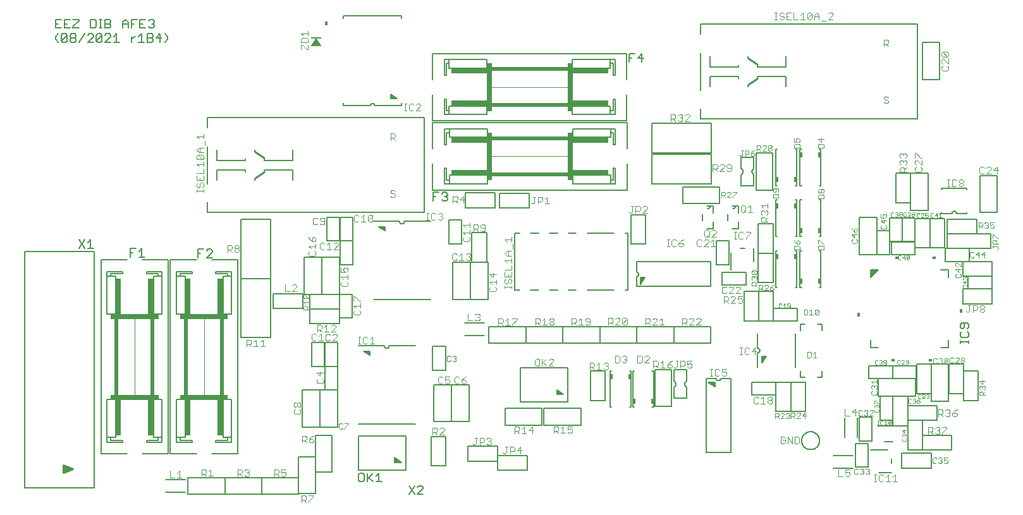
<source format=gto>
G75*
%MOIN*%
%OFA0B0*%
%FSLAX25Y25*%
%IPPOS*%
%LPD*%
%AMOC8*
5,1,8,0,0,1.08239X$1,22.5*
%
%ADD10C,0.00500*%
%ADD11C,0.00600*%
%ADD12C,0.01000*%
%ADD13C,0.00400*%
%ADD14C,0.00100*%
%ADD15R,0.05512X0.00787*%
%ADD16C,0.00300*%
%ADD17C,0.00200*%
%ADD18R,0.04500X0.02500*%
%ADD19R,0.16000X0.02500*%
%ADD20R,0.02000X0.40000*%
%ADD21R,0.03000X0.19000*%
%ADD22C,0.00800*%
%ADD23R,0.01512X0.03000*%
%ADD24R,0.02500X0.04500*%
%ADD25R,0.02500X0.16000*%
%ADD26R,0.40000X0.02000*%
%ADD27R,0.19000X0.03000*%
D10*
X0001300Y0035173D02*
X0037914Y0035173D01*
X0037914Y0159858D01*
X0037340Y0161584D02*
X0034337Y0161584D01*
X0035839Y0161584D02*
X0035839Y0166088D01*
X0034337Y0164586D01*
X0032736Y0166088D02*
X0029733Y0161584D01*
X0032736Y0161584D02*
X0029733Y0166088D01*
X0056799Y0161285D02*
X0056799Y0156781D01*
X0056799Y0159033D02*
X0058300Y0159033D01*
X0056799Y0161285D02*
X0059801Y0161285D01*
X0061403Y0159784D02*
X0062904Y0161285D01*
X0062904Y0156781D01*
X0061403Y0156781D02*
X0064405Y0156781D01*
X0092449Y0156481D02*
X0092449Y0160985D01*
X0095451Y0160985D01*
X0097053Y0160234D02*
X0097803Y0160985D01*
X0099305Y0160985D01*
X0100055Y0160234D01*
X0100055Y0159484D01*
X0097053Y0156481D01*
X0100055Y0156481D01*
X0093950Y0158733D02*
X0092449Y0158733D01*
X0115142Y0145573D02*
X0130756Y0145573D01*
X0130756Y0114289D01*
X0115142Y0114289D01*
X0115142Y0145573D01*
X0115142Y0145489D02*
X0130756Y0145489D01*
X0130756Y0176773D01*
X0115142Y0176773D01*
X0115142Y0145489D01*
X0132281Y0137551D02*
X0132281Y0129811D01*
X0147817Y0129811D01*
X0147817Y0137551D01*
X0132281Y0137551D01*
X0148579Y0137245D02*
X0157819Y0137245D01*
X0157819Y0156717D01*
X0148579Y0156717D01*
X0148579Y0137245D01*
X0151531Y0137251D02*
X0167067Y0137251D01*
X0167067Y0129511D01*
X0151531Y0129511D01*
X0151531Y0137251D01*
X0157829Y0137245D02*
X0167069Y0137245D01*
X0167069Y0156717D01*
X0157829Y0156717D01*
X0157829Y0137245D01*
X0167079Y0137230D02*
X0173819Y0137230D01*
X0173819Y0124632D01*
X0167079Y0124632D01*
X0167079Y0137230D01*
X0167067Y0129501D02*
X0151531Y0129501D01*
X0151531Y0121761D01*
X0167067Y0121761D01*
X0167067Y0129501D01*
X0166069Y0111830D02*
X0159329Y0111830D01*
X0159329Y0099232D01*
X0166069Y0099232D01*
X0166069Y0111830D01*
X0159319Y0111830D02*
X0152579Y0111830D01*
X0152579Y0099232D01*
X0159319Y0099232D01*
X0159319Y0111830D01*
X0159329Y0099230D02*
X0166069Y0099230D01*
X0166069Y0086632D01*
X0159329Y0086632D01*
X0159329Y0099230D01*
X0156829Y0086617D02*
X0166069Y0086617D01*
X0166069Y0067145D01*
X0156829Y0067145D01*
X0156829Y0086617D01*
X0156819Y0086617D02*
X0147579Y0086617D01*
X0147579Y0067145D01*
X0156819Y0067145D01*
X0156819Y0086617D01*
X0154429Y0062767D02*
X0163169Y0062767D01*
X0163169Y0043295D01*
X0154429Y0043295D01*
X0154429Y0062767D01*
X0154369Y0051417D02*
X0145629Y0051417D01*
X0145629Y0031945D01*
X0154369Y0031945D01*
X0154369Y0051417D01*
X0145635Y0040451D02*
X0145635Y0031711D01*
X0126163Y0031711D01*
X0126163Y0040451D01*
X0145635Y0040451D01*
X0126135Y0040451D02*
X0126135Y0031711D01*
X0106663Y0031711D01*
X0106663Y0040451D01*
X0126135Y0040451D01*
X0106685Y0040451D02*
X0106685Y0031711D01*
X0087213Y0031711D01*
X0087213Y0040451D01*
X0106685Y0040451D01*
X0085792Y0039374D02*
X0075406Y0039374D01*
X0075406Y0032788D02*
X0085792Y0032788D01*
X0177149Y0039032D02*
X0177899Y0038281D01*
X0179401Y0038281D01*
X0180151Y0039032D01*
X0180151Y0042034D01*
X0179401Y0042785D01*
X0177899Y0042785D01*
X0177149Y0042034D01*
X0177149Y0039032D01*
X0181753Y0039782D02*
X0184755Y0042785D01*
X0186357Y0041284D02*
X0187858Y0042785D01*
X0187858Y0038281D01*
X0186357Y0038281D02*
X0189359Y0038281D01*
X0184755Y0038281D02*
X0182503Y0040533D01*
X0181753Y0042785D02*
X0181753Y0038281D01*
X0203663Y0036181D02*
X0206665Y0031678D01*
X0208267Y0031678D02*
X0211269Y0034680D01*
X0211269Y0035431D01*
X0210518Y0036181D01*
X0209017Y0036181D01*
X0208267Y0035431D01*
X0206665Y0036181D02*
X0203663Y0031678D01*
X0208267Y0031678D02*
X0211269Y0031678D01*
X0215329Y0046613D02*
X0223069Y0046613D01*
X0223069Y0062149D01*
X0215329Y0062149D01*
X0215329Y0046613D01*
X0234981Y0049211D02*
X0234981Y0056951D01*
X0250517Y0056951D01*
X0250517Y0049211D01*
X0234981Y0049211D01*
X0250531Y0052151D02*
X0250531Y0044411D01*
X0266067Y0044411D01*
X0266067Y0052151D01*
X0250531Y0052151D01*
X0254363Y0068211D02*
X0254363Y0076951D01*
X0273835Y0076951D01*
X0273835Y0068211D01*
X0254363Y0068211D01*
X0235419Y0069945D02*
X0226179Y0069945D01*
X0226179Y0089417D01*
X0235419Y0089417D01*
X0235419Y0069945D01*
X0226169Y0069945D02*
X0216929Y0069945D01*
X0216929Y0089417D01*
X0226169Y0089417D01*
X0226169Y0069945D01*
X0274863Y0068211D02*
X0274863Y0076951D01*
X0294335Y0076951D01*
X0294335Y0068211D01*
X0274863Y0068211D01*
X0299379Y0081063D02*
X0299379Y0096599D01*
X0307119Y0096599D01*
X0307119Y0081063D01*
X0299379Y0081063D01*
X0333579Y0077945D02*
X0333579Y0097417D01*
X0342319Y0097417D01*
X0342319Y0077945D01*
X0333579Y0077945D01*
X0384650Y0084011D02*
X0384650Y0090751D01*
X0397248Y0090751D01*
X0397248Y0084011D01*
X0384650Y0084011D01*
X0397279Y0090799D02*
X0397279Y0075263D01*
X0405019Y0075263D01*
X0405019Y0090799D01*
X0397279Y0090799D01*
X0405029Y0090799D02*
X0412769Y0090799D01*
X0412769Y0075263D01*
X0405029Y0075263D01*
X0405029Y0090799D01*
X0433556Y0072224D02*
X0433556Y0061838D01*
X0439029Y0058530D02*
X0445769Y0058530D01*
X0445769Y0045932D01*
X0439029Y0045932D01*
X0439029Y0058530D01*
X0441079Y0059782D02*
X0441079Y0072380D01*
X0447819Y0072380D01*
X0447819Y0059782D01*
X0441079Y0059782D01*
X0440142Y0061838D02*
X0440142Y0072224D01*
X0452179Y0070882D02*
X0452179Y0083480D01*
X0458919Y0083480D01*
X0458919Y0070882D01*
X0452179Y0070882D01*
X0458929Y0067813D02*
X0466669Y0067813D01*
X0466669Y0083349D01*
X0458929Y0083349D01*
X0458929Y0067813D01*
X0466679Y0070649D02*
X0474419Y0070649D01*
X0474419Y0055113D01*
X0466679Y0055113D01*
X0466679Y0070649D01*
X0466681Y0070661D02*
X0466681Y0078401D01*
X0482217Y0078401D01*
X0482217Y0070661D01*
X0466681Y0070661D01*
X0474431Y0062851D02*
X0489967Y0062851D01*
X0489967Y0055111D01*
X0474431Y0055111D01*
X0474431Y0062851D01*
X0479167Y0053301D02*
X0463631Y0053301D01*
X0463631Y0045561D01*
X0479167Y0045561D01*
X0479167Y0053301D01*
X0437842Y0052174D02*
X0427456Y0052174D01*
X0427456Y0045588D02*
X0437842Y0045588D01*
X0410775Y0060031D02*
X0410777Y0060168D01*
X0410783Y0060306D01*
X0410793Y0060443D01*
X0410807Y0060579D01*
X0410825Y0060716D01*
X0410847Y0060851D01*
X0410873Y0060986D01*
X0410902Y0061120D01*
X0410936Y0061254D01*
X0410973Y0061386D01*
X0411015Y0061517D01*
X0411060Y0061647D01*
X0411109Y0061775D01*
X0411161Y0061902D01*
X0411218Y0062027D01*
X0411277Y0062151D01*
X0411341Y0062273D01*
X0411408Y0062393D01*
X0411478Y0062511D01*
X0411552Y0062627D01*
X0411629Y0062741D01*
X0411710Y0062852D01*
X0411793Y0062961D01*
X0411880Y0063068D01*
X0411970Y0063171D01*
X0412063Y0063273D01*
X0412159Y0063371D01*
X0412257Y0063467D01*
X0412359Y0063560D01*
X0412462Y0063650D01*
X0412569Y0063737D01*
X0412678Y0063820D01*
X0412789Y0063901D01*
X0412903Y0063978D01*
X0413019Y0064052D01*
X0413137Y0064122D01*
X0413257Y0064189D01*
X0413379Y0064253D01*
X0413503Y0064312D01*
X0413628Y0064369D01*
X0413755Y0064421D01*
X0413883Y0064470D01*
X0414013Y0064515D01*
X0414144Y0064557D01*
X0414276Y0064594D01*
X0414410Y0064628D01*
X0414544Y0064657D01*
X0414679Y0064683D01*
X0414814Y0064705D01*
X0414951Y0064723D01*
X0415087Y0064737D01*
X0415224Y0064747D01*
X0415362Y0064753D01*
X0415499Y0064755D01*
X0415636Y0064753D01*
X0415774Y0064747D01*
X0415911Y0064737D01*
X0416047Y0064723D01*
X0416184Y0064705D01*
X0416319Y0064683D01*
X0416454Y0064657D01*
X0416588Y0064628D01*
X0416722Y0064594D01*
X0416854Y0064557D01*
X0416985Y0064515D01*
X0417115Y0064470D01*
X0417243Y0064421D01*
X0417370Y0064369D01*
X0417495Y0064312D01*
X0417619Y0064253D01*
X0417741Y0064189D01*
X0417861Y0064122D01*
X0417979Y0064052D01*
X0418095Y0063978D01*
X0418209Y0063901D01*
X0418320Y0063820D01*
X0418429Y0063737D01*
X0418536Y0063650D01*
X0418639Y0063560D01*
X0418741Y0063467D01*
X0418839Y0063371D01*
X0418935Y0063273D01*
X0419028Y0063171D01*
X0419118Y0063068D01*
X0419205Y0062961D01*
X0419288Y0062852D01*
X0419369Y0062741D01*
X0419446Y0062627D01*
X0419520Y0062511D01*
X0419590Y0062393D01*
X0419657Y0062273D01*
X0419721Y0062151D01*
X0419780Y0062027D01*
X0419837Y0061902D01*
X0419889Y0061775D01*
X0419938Y0061647D01*
X0419983Y0061517D01*
X0420025Y0061386D01*
X0420062Y0061254D01*
X0420096Y0061120D01*
X0420125Y0060986D01*
X0420151Y0060851D01*
X0420173Y0060716D01*
X0420191Y0060579D01*
X0420205Y0060443D01*
X0420215Y0060306D01*
X0420221Y0060168D01*
X0420223Y0060031D01*
X0420221Y0059894D01*
X0420215Y0059756D01*
X0420205Y0059619D01*
X0420191Y0059483D01*
X0420173Y0059346D01*
X0420151Y0059211D01*
X0420125Y0059076D01*
X0420096Y0058942D01*
X0420062Y0058808D01*
X0420025Y0058676D01*
X0419983Y0058545D01*
X0419938Y0058415D01*
X0419889Y0058287D01*
X0419837Y0058160D01*
X0419780Y0058035D01*
X0419721Y0057911D01*
X0419657Y0057789D01*
X0419590Y0057669D01*
X0419520Y0057551D01*
X0419446Y0057435D01*
X0419369Y0057321D01*
X0419288Y0057210D01*
X0419205Y0057101D01*
X0419118Y0056994D01*
X0419028Y0056891D01*
X0418935Y0056789D01*
X0418839Y0056691D01*
X0418741Y0056595D01*
X0418639Y0056502D01*
X0418536Y0056412D01*
X0418429Y0056325D01*
X0418320Y0056242D01*
X0418209Y0056161D01*
X0418095Y0056084D01*
X0417979Y0056010D01*
X0417861Y0055940D01*
X0417741Y0055873D01*
X0417619Y0055809D01*
X0417495Y0055750D01*
X0417370Y0055693D01*
X0417243Y0055641D01*
X0417115Y0055592D01*
X0416985Y0055547D01*
X0416854Y0055505D01*
X0416722Y0055468D01*
X0416588Y0055434D01*
X0416454Y0055405D01*
X0416319Y0055379D01*
X0416184Y0055357D01*
X0416047Y0055339D01*
X0415911Y0055325D01*
X0415774Y0055315D01*
X0415636Y0055309D01*
X0415499Y0055307D01*
X0415362Y0055309D01*
X0415224Y0055315D01*
X0415087Y0055325D01*
X0414951Y0055339D01*
X0414814Y0055357D01*
X0414679Y0055379D01*
X0414544Y0055405D01*
X0414410Y0055434D01*
X0414276Y0055468D01*
X0414144Y0055505D01*
X0414013Y0055547D01*
X0413883Y0055592D01*
X0413755Y0055641D01*
X0413628Y0055693D01*
X0413503Y0055750D01*
X0413379Y0055809D01*
X0413257Y0055873D01*
X0413137Y0055940D01*
X0413019Y0056010D01*
X0412903Y0056084D01*
X0412789Y0056161D01*
X0412678Y0056242D01*
X0412569Y0056325D01*
X0412462Y0056412D01*
X0412359Y0056502D01*
X0412257Y0056595D01*
X0412159Y0056691D01*
X0412063Y0056789D01*
X0411970Y0056891D01*
X0411880Y0056994D01*
X0411793Y0057101D01*
X0411710Y0057210D01*
X0411629Y0057321D01*
X0411552Y0057435D01*
X0411478Y0057551D01*
X0411408Y0057669D01*
X0411341Y0057789D01*
X0411277Y0057911D01*
X0411218Y0058035D01*
X0411161Y0058160D01*
X0411109Y0058287D01*
X0411060Y0058415D01*
X0411015Y0058545D01*
X0410973Y0058676D01*
X0410936Y0058808D01*
X0410902Y0058942D01*
X0410873Y0059076D01*
X0410847Y0059211D01*
X0410825Y0059346D01*
X0410807Y0059483D01*
X0410793Y0059619D01*
X0410783Y0059756D01*
X0410777Y0059894D01*
X0410775Y0060031D01*
X0451263Y0083511D02*
X0451263Y0092751D01*
X0470735Y0092751D01*
X0470735Y0083511D01*
X0451263Y0083511D01*
X0446100Y0092761D02*
X0446100Y0099501D01*
X0458698Y0099501D01*
X0458698Y0092761D01*
X0446100Y0092761D01*
X0458700Y0092761D02*
X0458700Y0099501D01*
X0471298Y0099501D01*
X0471298Y0092761D01*
X0458700Y0092761D01*
X0471329Y0100399D02*
X0479069Y0100399D01*
X0479069Y0084863D01*
X0471329Y0084863D01*
X0471329Y0100399D01*
X0479079Y0100367D02*
X0488319Y0100367D01*
X0488319Y0080895D01*
X0479079Y0080895D01*
X0479079Y0100367D01*
X0488329Y0100399D02*
X0496069Y0100399D01*
X0496069Y0084863D01*
X0488329Y0084863D01*
X0488329Y0100399D01*
X0496079Y0096649D02*
X0503819Y0096649D01*
X0503819Y0081113D01*
X0496079Y0081113D01*
X0496079Y0096649D01*
X0494395Y0111331D02*
X0494395Y0112832D01*
X0494395Y0112082D02*
X0498899Y0112082D01*
X0498899Y0112832D02*
X0498899Y0111331D01*
X0498148Y0114400D02*
X0495146Y0114400D01*
X0494395Y0115151D01*
X0494395Y0116652D01*
X0495146Y0117403D01*
X0495146Y0119004D02*
X0495896Y0119004D01*
X0496647Y0119755D01*
X0496647Y0122007D01*
X0498148Y0122007D02*
X0495146Y0122007D01*
X0494395Y0121256D01*
X0494395Y0119755D01*
X0495146Y0119004D01*
X0498148Y0119004D02*
X0498899Y0119755D01*
X0498899Y0121256D01*
X0498148Y0122007D01*
X0498148Y0117403D02*
X0498899Y0116652D01*
X0498899Y0115151D01*
X0498148Y0114400D01*
X0495681Y0132261D02*
X0495681Y0140001D01*
X0511217Y0140001D01*
X0511217Y0132261D01*
X0495681Y0132261D01*
X0498600Y0140061D02*
X0498600Y0146801D01*
X0511198Y0146801D01*
X0511198Y0140061D01*
X0498600Y0140061D01*
X0495681Y0146811D02*
X0495681Y0154551D01*
X0511217Y0154551D01*
X0511217Y0146811D01*
X0495681Y0146811D01*
X0499048Y0154561D02*
X0486450Y0154561D01*
X0486450Y0161301D01*
X0499048Y0161301D01*
X0499048Y0154561D01*
X0487641Y0161311D02*
X0487641Y0169051D01*
X0510657Y0169051D01*
X0510657Y0161311D01*
X0487641Y0161311D01*
X0486069Y0161613D02*
X0478329Y0161613D01*
X0478329Y0177149D01*
X0486069Y0177149D01*
X0486069Y0161613D01*
X0478369Y0161613D02*
X0470629Y0161613D01*
X0470629Y0177149D01*
X0478369Y0177149D01*
X0478369Y0161613D01*
X0470648Y0164901D02*
X0470648Y0158161D01*
X0458050Y0158161D01*
X0458050Y0164901D01*
X0470648Y0164901D01*
X0470619Y0164932D02*
X0463879Y0164932D01*
X0463879Y0177530D01*
X0470619Y0177530D01*
X0470619Y0164932D01*
X0463919Y0164932D02*
X0457179Y0164932D01*
X0457179Y0177530D01*
X0463919Y0177530D01*
X0463919Y0164932D01*
X0457219Y0170830D02*
X0450479Y0170830D01*
X0450479Y0158232D01*
X0457219Y0158232D01*
X0457219Y0170830D01*
X0450469Y0177717D02*
X0441229Y0177717D01*
X0441229Y0158245D01*
X0450469Y0158245D01*
X0450469Y0177717D01*
X0460379Y0185513D02*
X0460379Y0201049D01*
X0468119Y0201049D01*
X0468119Y0185513D01*
X0460379Y0185513D01*
X0468129Y0181545D02*
X0477369Y0181545D01*
X0477369Y0201017D01*
X0468129Y0201017D01*
X0468129Y0181545D01*
X0487631Y0176851D02*
X0487631Y0169111D01*
X0503167Y0169111D01*
X0503167Y0176851D01*
X0487631Y0176851D01*
X0504729Y0180345D02*
X0513969Y0180345D01*
X0513969Y0199817D01*
X0504729Y0199817D01*
X0504729Y0180345D01*
X0408448Y0129851D02*
X0408448Y0123111D01*
X0395850Y0123111D01*
X0395850Y0129851D01*
X0408448Y0129851D01*
X0395819Y0123113D02*
X0388079Y0123113D01*
X0388079Y0138649D01*
X0395819Y0138649D01*
X0395819Y0123113D01*
X0388069Y0123113D02*
X0380329Y0123113D01*
X0380329Y0138649D01*
X0388069Y0138649D01*
X0388069Y0123113D01*
X0362835Y0120201D02*
X0362835Y0111461D01*
X0343363Y0111461D01*
X0343363Y0120201D01*
X0362835Y0120201D01*
X0343335Y0120201D02*
X0343335Y0111461D01*
X0323863Y0111461D01*
X0323863Y0120201D01*
X0343335Y0120201D01*
X0323885Y0120201D02*
X0323885Y0111461D01*
X0304413Y0111461D01*
X0304413Y0120201D01*
X0323885Y0120201D01*
X0304385Y0120201D02*
X0304385Y0111461D01*
X0284913Y0111461D01*
X0284913Y0120201D01*
X0304385Y0120201D01*
X0284885Y0120201D02*
X0284885Y0111461D01*
X0265413Y0111461D01*
X0265413Y0120201D01*
X0284885Y0120201D01*
X0265435Y0120201D02*
X0265435Y0111461D01*
X0245963Y0111461D01*
X0245963Y0120201D01*
X0265435Y0120201D01*
X0243592Y0122124D02*
X0233206Y0122124D01*
X0233206Y0115538D02*
X0243592Y0115538D01*
X0223019Y0109830D02*
X0216279Y0109830D01*
X0216279Y0097232D01*
X0223019Y0097232D01*
X0223019Y0109830D01*
X0226929Y0134595D02*
X0236169Y0134595D01*
X0236169Y0154067D01*
X0226929Y0154067D01*
X0226929Y0134595D01*
X0236179Y0134595D02*
X0245419Y0134595D01*
X0245419Y0154067D01*
X0236179Y0154067D01*
X0236179Y0134595D01*
X0236979Y0154063D02*
X0236979Y0169599D01*
X0244719Y0169599D01*
X0244719Y0154063D01*
X0236979Y0154063D01*
X0231619Y0163832D02*
X0224879Y0163832D01*
X0224879Y0176430D01*
X0231619Y0176430D01*
X0231619Y0163832D01*
X0233481Y0182861D02*
X0233481Y0190601D01*
X0249017Y0190601D01*
X0249017Y0182861D01*
X0233481Y0182861D01*
X0224055Y0187232D02*
X0223305Y0186481D01*
X0221803Y0186481D01*
X0221053Y0187232D01*
X0222554Y0188733D02*
X0223305Y0188733D01*
X0224055Y0187982D01*
X0224055Y0187232D01*
X0223305Y0188733D02*
X0224055Y0189484D01*
X0224055Y0190234D01*
X0223305Y0190985D01*
X0221803Y0190985D01*
X0221053Y0190234D01*
X0219451Y0190985D02*
X0216449Y0190985D01*
X0216449Y0186481D01*
X0216449Y0188733D02*
X0217950Y0188733D01*
X0251581Y0190501D02*
X0251581Y0182761D01*
X0267117Y0182761D01*
X0267117Y0190501D01*
X0251581Y0190501D01*
X0320879Y0179199D02*
X0320879Y0163663D01*
X0328619Y0163663D01*
X0328619Y0179199D01*
X0320879Y0179199D01*
X0331857Y0195374D02*
X0331857Y0210988D01*
X0363141Y0210988D01*
X0363141Y0195374D01*
X0331857Y0195374D01*
X0348163Y0193751D02*
X0348163Y0185011D01*
X0367635Y0185011D01*
X0367635Y0193751D01*
X0348163Y0193751D01*
X0363191Y0211874D02*
X0331907Y0211874D01*
X0331907Y0227488D01*
X0363191Y0227488D01*
X0363191Y0211874D01*
X0386779Y0211717D02*
X0395519Y0211717D01*
X0395519Y0192245D01*
X0386779Y0192245D01*
X0386779Y0211717D01*
X0387979Y0174399D02*
X0395719Y0174399D01*
X0395719Y0158863D01*
X0387979Y0158863D01*
X0387979Y0174399D01*
X0372519Y0165380D02*
X0372519Y0152782D01*
X0365779Y0152782D01*
X0365779Y0165380D01*
X0372519Y0165380D01*
X0387929Y0158799D02*
X0395669Y0158799D01*
X0395669Y0143263D01*
X0387929Y0143263D01*
X0387929Y0158799D01*
X0381398Y0148751D02*
X0368800Y0148751D01*
X0368800Y0142011D01*
X0381398Y0142011D01*
X0381398Y0148751D01*
X0474379Y0250495D02*
X0483619Y0250495D01*
X0483619Y0269967D01*
X0474379Y0269967D01*
X0474379Y0250495D01*
X0327405Y0261883D02*
X0324403Y0261883D01*
X0326655Y0264135D01*
X0326655Y0259631D01*
X0321300Y0261883D02*
X0319799Y0261883D01*
X0319799Y0259631D02*
X0319799Y0264135D01*
X0322801Y0264135D01*
X0174069Y0177880D02*
X0167329Y0177880D01*
X0167329Y0165282D01*
X0174069Y0165282D01*
X0174069Y0177880D01*
X0167319Y0177880D02*
X0160579Y0177880D01*
X0160579Y0165282D01*
X0167319Y0165282D01*
X0167319Y0177880D01*
X0167329Y0165280D02*
X0174069Y0165280D01*
X0174069Y0152682D01*
X0167329Y0152682D01*
X0167329Y0165280D01*
X0074998Y0270131D02*
X0076499Y0271632D01*
X0076499Y0273134D01*
X0074998Y0274635D01*
X0072646Y0274635D02*
X0070394Y0272383D01*
X0073397Y0272383D01*
X0072646Y0270131D02*
X0072646Y0274635D01*
X0068793Y0273884D02*
X0068793Y0273134D01*
X0068042Y0272383D01*
X0065790Y0272383D01*
X0065790Y0270131D02*
X0068042Y0270131D01*
X0068793Y0270882D01*
X0068793Y0271632D01*
X0068042Y0272383D01*
X0068793Y0273884D02*
X0068042Y0274635D01*
X0065790Y0274635D01*
X0065790Y0270131D01*
X0064189Y0270131D02*
X0061186Y0270131D01*
X0062687Y0270131D02*
X0062687Y0274635D01*
X0061186Y0273134D01*
X0059601Y0273134D02*
X0058851Y0273134D01*
X0057349Y0271632D01*
X0057349Y0270131D02*
X0057349Y0273134D01*
X0051144Y0270131D02*
X0048142Y0270131D01*
X0049643Y0270131D02*
X0049643Y0274635D01*
X0048142Y0273134D01*
X0046540Y0273134D02*
X0046540Y0273884D01*
X0045790Y0274635D01*
X0044288Y0274635D01*
X0043538Y0273884D01*
X0041936Y0273884D02*
X0038934Y0270882D01*
X0039684Y0270131D01*
X0041186Y0270131D01*
X0041936Y0270882D01*
X0041936Y0273884D01*
X0041186Y0274635D01*
X0039684Y0274635D01*
X0038934Y0273884D01*
X0038934Y0270882D01*
X0037332Y0270131D02*
X0034330Y0270131D01*
X0037332Y0273134D01*
X0037332Y0273884D01*
X0036582Y0274635D01*
X0035081Y0274635D01*
X0034330Y0273884D01*
X0032729Y0274635D02*
X0029726Y0270131D01*
X0028125Y0270882D02*
X0027374Y0270131D01*
X0025873Y0270131D01*
X0025122Y0270882D01*
X0025122Y0271632D01*
X0025873Y0272383D01*
X0027374Y0272383D01*
X0028125Y0271632D01*
X0028125Y0270882D01*
X0027374Y0272383D02*
X0028125Y0273134D01*
X0028125Y0273884D01*
X0027374Y0274635D01*
X0025873Y0274635D01*
X0025122Y0273884D01*
X0025122Y0273134D01*
X0025873Y0272383D01*
X0023521Y0273884D02*
X0023521Y0270882D01*
X0022770Y0270131D01*
X0021269Y0270131D01*
X0020518Y0270882D01*
X0023521Y0273884D01*
X0022770Y0274635D01*
X0021269Y0274635D01*
X0020518Y0273884D01*
X0020518Y0270882D01*
X0018950Y0270131D02*
X0017449Y0271632D01*
X0017449Y0273134D01*
X0018950Y0274635D01*
X0017449Y0277631D02*
X0020451Y0277631D01*
X0022053Y0277631D02*
X0025055Y0277631D01*
X0026657Y0277631D02*
X0029659Y0277631D01*
X0026657Y0277631D02*
X0026657Y0278382D01*
X0029659Y0281384D01*
X0029659Y0282135D01*
X0026657Y0282135D01*
X0025055Y0282135D02*
X0022053Y0282135D01*
X0022053Y0277631D01*
X0022053Y0279883D02*
X0023554Y0279883D01*
X0020451Y0282135D02*
X0017449Y0282135D01*
X0017449Y0277631D01*
X0017449Y0279883D02*
X0018950Y0279883D01*
X0035865Y0277631D02*
X0038116Y0277631D01*
X0038867Y0278382D01*
X0038867Y0281384D01*
X0038116Y0282135D01*
X0035865Y0282135D01*
X0035865Y0277631D01*
X0040468Y0277631D02*
X0041970Y0277631D01*
X0041219Y0277631D02*
X0041219Y0282135D01*
X0040468Y0282135D02*
X0041970Y0282135D01*
X0043538Y0282135D02*
X0045790Y0282135D01*
X0046540Y0281384D01*
X0046540Y0280634D01*
X0045790Y0279883D01*
X0043538Y0279883D01*
X0045790Y0279883D02*
X0046540Y0279132D01*
X0046540Y0278382D01*
X0045790Y0277631D01*
X0043538Y0277631D01*
X0043538Y0282135D01*
X0052746Y0280634D02*
X0052746Y0277631D01*
X0052746Y0279883D02*
X0055748Y0279883D01*
X0055748Y0280634D02*
X0055748Y0277631D01*
X0057349Y0277631D02*
X0057349Y0282135D01*
X0060352Y0282135D01*
X0061953Y0282135D02*
X0061953Y0277631D01*
X0064956Y0277631D01*
X0066557Y0278382D02*
X0067308Y0277631D01*
X0068809Y0277631D01*
X0069560Y0278382D01*
X0069560Y0279132D01*
X0068809Y0279883D01*
X0068059Y0279883D01*
X0068809Y0279883D02*
X0069560Y0280634D01*
X0069560Y0281384D01*
X0068809Y0282135D01*
X0067308Y0282135D01*
X0066557Y0281384D01*
X0064956Y0282135D02*
X0061953Y0282135D01*
X0061953Y0279883D02*
X0063455Y0279883D01*
X0058851Y0279883D02*
X0057349Y0279883D01*
X0055748Y0280634D02*
X0054247Y0282135D01*
X0052746Y0280634D01*
X0046540Y0273134D02*
X0043538Y0270131D01*
X0046540Y0270131D01*
D11*
X0102499Y0213381D02*
X0102499Y0207881D01*
X0117499Y0207881D01*
X0117499Y0208881D01*
X0122499Y0212381D02*
X0122499Y0213381D01*
X0127499Y0208881D02*
X0127499Y0207881D01*
X0142499Y0207881D01*
X0142499Y0213381D01*
X0142499Y0202881D02*
X0127499Y0202881D01*
X0127499Y0201881D01*
X0122499Y0198381D02*
X0122499Y0197381D01*
X0117499Y0201881D02*
X0117499Y0202881D01*
X0102499Y0202881D01*
X0102499Y0197381D01*
X0142499Y0197381D02*
X0142499Y0202881D01*
X0185099Y0175631D02*
X0198899Y0175631D01*
X0198901Y0175562D01*
X0198907Y0175494D01*
X0198917Y0175426D01*
X0198930Y0175359D01*
X0198948Y0175293D01*
X0198969Y0175228D01*
X0198994Y0175164D01*
X0199022Y0175102D01*
X0199054Y0175041D01*
X0199089Y0174982D01*
X0199128Y0174926D01*
X0199170Y0174871D01*
X0199215Y0174820D01*
X0199263Y0174770D01*
X0199313Y0174724D01*
X0199366Y0174681D01*
X0199422Y0174640D01*
X0199479Y0174603D01*
X0199539Y0174570D01*
X0199601Y0174539D01*
X0199664Y0174513D01*
X0199728Y0174490D01*
X0199794Y0174470D01*
X0199861Y0174455D01*
X0199928Y0174443D01*
X0199996Y0174435D01*
X0200065Y0174431D01*
X0200133Y0174431D01*
X0200202Y0174435D01*
X0200270Y0174443D01*
X0200337Y0174455D01*
X0200404Y0174470D01*
X0200470Y0174490D01*
X0200534Y0174513D01*
X0200597Y0174539D01*
X0200659Y0174570D01*
X0200719Y0174603D01*
X0200776Y0174640D01*
X0200832Y0174681D01*
X0200885Y0174724D01*
X0200935Y0174770D01*
X0200983Y0174820D01*
X0201028Y0174871D01*
X0201070Y0174926D01*
X0201109Y0174982D01*
X0201144Y0175041D01*
X0201176Y0175102D01*
X0201204Y0175164D01*
X0201229Y0175228D01*
X0201250Y0175293D01*
X0201268Y0175359D01*
X0201281Y0175426D01*
X0201291Y0175494D01*
X0201297Y0175562D01*
X0201299Y0175631D01*
X0215099Y0175631D01*
X0191099Y0172781D02*
X0191099Y0170781D01*
X0187849Y0172781D01*
X0191099Y0172781D01*
X0191099Y0172513D02*
X0188284Y0172513D01*
X0189256Y0171915D02*
X0191099Y0171915D01*
X0191099Y0171316D02*
X0190229Y0171316D01*
X0216318Y0192215D02*
X0216318Y0205931D01*
X0222499Y0203681D02*
X0223499Y0203681D01*
X0223499Y0197431D01*
X0224999Y0197431D01*
X0224999Y0199931D01*
X0244999Y0199931D01*
X0244999Y0195431D01*
X0224999Y0195431D01*
X0222499Y0195431D01*
X0222499Y0203681D01*
X0224999Y0197431D02*
X0224999Y0195431D01*
X0216318Y0192215D02*
X0318680Y0192215D01*
X0318680Y0205931D01*
X0312499Y0203681D02*
X0311499Y0203681D01*
X0311499Y0197431D01*
X0309999Y0197431D01*
X0309999Y0195431D02*
X0312499Y0195431D01*
X0312499Y0203681D01*
X0309999Y0199931D02*
X0289999Y0199931D01*
X0289999Y0195431D01*
X0309999Y0195431D01*
X0309999Y0199931D01*
X0318680Y0213931D02*
X0318680Y0227648D01*
X0216318Y0227648D01*
X0216318Y0213931D01*
X0222499Y0216181D02*
X0223499Y0216181D01*
X0223499Y0222431D01*
X0224999Y0222431D01*
X0224999Y0224431D02*
X0222499Y0224431D01*
X0222499Y0216181D01*
X0224999Y0219931D02*
X0244999Y0219931D01*
X0244999Y0224431D01*
X0224999Y0224431D01*
X0224999Y0219931D01*
X0216268Y0228765D02*
X0216268Y0242481D01*
X0222449Y0240231D02*
X0223449Y0240231D01*
X0223449Y0233981D01*
X0224949Y0233981D01*
X0224949Y0236481D01*
X0244949Y0236481D01*
X0244949Y0231981D01*
X0224949Y0231981D01*
X0222449Y0231981D01*
X0222449Y0240231D01*
X0224949Y0233981D02*
X0224949Y0231981D01*
X0216268Y0228765D02*
X0318630Y0228765D01*
X0318630Y0242481D01*
X0312449Y0240231D02*
X0311449Y0240231D01*
X0311449Y0233981D01*
X0309949Y0233981D01*
X0309949Y0231981D02*
X0312449Y0231981D01*
X0312449Y0240231D01*
X0309949Y0236481D02*
X0289949Y0236481D01*
X0289949Y0231981D01*
X0309949Y0231981D01*
X0309949Y0236481D01*
X0318630Y0250481D02*
X0318630Y0264198D01*
X0216268Y0264198D01*
X0216268Y0250481D01*
X0222449Y0252731D02*
X0223449Y0252731D01*
X0223449Y0258981D01*
X0224949Y0258981D01*
X0224949Y0260981D02*
X0224949Y0256481D01*
X0244949Y0256481D01*
X0244949Y0260981D01*
X0224949Y0260981D01*
X0222449Y0260981D01*
X0222449Y0252731D01*
X0199899Y0237931D02*
X0199899Y0236731D01*
X0185699Y0236731D01*
X0185697Y0236800D01*
X0185691Y0236868D01*
X0185681Y0236936D01*
X0185668Y0237003D01*
X0185650Y0237069D01*
X0185629Y0237134D01*
X0185604Y0237198D01*
X0185576Y0237260D01*
X0185544Y0237321D01*
X0185509Y0237380D01*
X0185470Y0237436D01*
X0185428Y0237491D01*
X0185383Y0237542D01*
X0185335Y0237592D01*
X0185285Y0237638D01*
X0185232Y0237681D01*
X0185176Y0237722D01*
X0185119Y0237759D01*
X0185059Y0237792D01*
X0184997Y0237823D01*
X0184934Y0237849D01*
X0184870Y0237872D01*
X0184804Y0237892D01*
X0184737Y0237907D01*
X0184670Y0237919D01*
X0184602Y0237927D01*
X0184533Y0237931D01*
X0184465Y0237931D01*
X0184396Y0237927D01*
X0184328Y0237919D01*
X0184261Y0237907D01*
X0184194Y0237892D01*
X0184128Y0237872D01*
X0184064Y0237849D01*
X0184001Y0237823D01*
X0183939Y0237792D01*
X0183879Y0237759D01*
X0183822Y0237722D01*
X0183766Y0237681D01*
X0183713Y0237638D01*
X0183663Y0237592D01*
X0183615Y0237542D01*
X0183570Y0237491D01*
X0183528Y0237436D01*
X0183489Y0237380D01*
X0183454Y0237321D01*
X0183422Y0237260D01*
X0183394Y0237198D01*
X0183369Y0237134D01*
X0183348Y0237069D01*
X0183330Y0237003D01*
X0183317Y0236936D01*
X0183307Y0236868D01*
X0183301Y0236800D01*
X0183299Y0236731D01*
X0169099Y0236731D01*
X0169099Y0237931D01*
X0194049Y0240281D02*
X0194049Y0242781D01*
X0197549Y0240281D01*
X0194049Y0240281D01*
X0194049Y0240744D02*
X0196901Y0240744D01*
X0196063Y0241342D02*
X0194049Y0241342D01*
X0194049Y0241941D02*
X0195225Y0241941D01*
X0194387Y0242539D02*
X0194049Y0242539D01*
X0157099Y0268481D02*
X0152349Y0268481D01*
X0154849Y0271731D01*
X0157099Y0268481D01*
X0156827Y0268874D02*
X0152651Y0268874D01*
X0153111Y0269472D02*
X0156413Y0269472D01*
X0155998Y0270071D02*
X0153572Y0270071D01*
X0154032Y0270669D02*
X0155584Y0270669D01*
X0155170Y0271268D02*
X0154492Y0271268D01*
X0169099Y0282731D02*
X0169099Y0283931D01*
X0199899Y0283931D01*
X0199899Y0282731D01*
X0289949Y0260981D02*
X0289949Y0256481D01*
X0309949Y0256481D01*
X0309949Y0258981D01*
X0311449Y0258981D01*
X0311449Y0252731D01*
X0312449Y0252731D01*
X0312449Y0260981D01*
X0309949Y0260981D01*
X0289949Y0260981D01*
X0309949Y0260981D02*
X0309949Y0258981D01*
X0362549Y0257231D02*
X0362549Y0262731D01*
X0362549Y0257231D02*
X0377549Y0257231D01*
X0377549Y0258231D01*
X0382549Y0261731D02*
X0382549Y0262731D01*
X0387549Y0258231D02*
X0387549Y0257231D01*
X0402549Y0257231D01*
X0402549Y0262731D01*
X0402549Y0252231D02*
X0387549Y0252231D01*
X0387549Y0251231D01*
X0382549Y0247731D02*
X0382549Y0246731D01*
X0377549Y0251231D02*
X0377549Y0252231D01*
X0362549Y0252231D01*
X0362549Y0246731D01*
X0402549Y0246731D02*
X0402549Y0252231D01*
X0397949Y0213781D02*
X0397137Y0213781D01*
X0397137Y0194581D01*
X0397949Y0194581D01*
X0397949Y0186981D02*
X0397137Y0186981D01*
X0397137Y0167781D01*
X0397949Y0167781D01*
X0407349Y0167781D02*
X0408161Y0167781D01*
X0408161Y0186981D01*
X0407349Y0186981D01*
X0409887Y0186981D02*
X0410699Y0186981D01*
X0409887Y0186981D02*
X0409887Y0167781D01*
X0410699Y0167781D01*
X0420099Y0167781D02*
X0420911Y0167781D01*
X0420911Y0186981D01*
X0420099Y0186981D01*
X0420099Y0194581D02*
X0420911Y0194581D01*
X0420911Y0213781D01*
X0420099Y0213781D01*
X0410699Y0213781D02*
X0409887Y0213781D01*
X0409887Y0194581D01*
X0410699Y0194581D01*
X0408161Y0194581D02*
X0407349Y0194581D01*
X0408161Y0194581D02*
X0408161Y0213781D01*
X0407349Y0213781D01*
X0377449Y0183681D02*
X0375849Y0183681D01*
X0374249Y0183681D01*
X0374549Y0182481D02*
X0374617Y0182477D01*
X0374686Y0182478D01*
X0374754Y0182482D01*
X0374822Y0182490D01*
X0374890Y0182501D01*
X0374957Y0182517D01*
X0375023Y0182537D01*
X0375087Y0182560D01*
X0375150Y0182587D01*
X0375212Y0182617D01*
X0375271Y0182651D01*
X0375329Y0182688D01*
X0375384Y0182729D01*
X0375437Y0182772D01*
X0375488Y0182819D01*
X0375535Y0182868D01*
X0375580Y0182920D01*
X0375622Y0182975D01*
X0375661Y0183031D01*
X0375696Y0183090D01*
X0375728Y0183151D01*
X0375756Y0183213D01*
X0375781Y0183278D01*
X0375802Y0183343D01*
X0375819Y0183409D01*
X0375832Y0183477D01*
X0375842Y0183544D01*
X0375847Y0183613D01*
X0375849Y0183681D01*
X0377449Y0183681D02*
X0377449Y0180181D01*
X0377449Y0175381D02*
X0377449Y0171881D01*
X0374249Y0171881D01*
X0371849Y0176181D02*
X0371849Y0179381D01*
X0364149Y0180181D02*
X0364149Y0183681D01*
X0362549Y0183681D01*
X0360949Y0183681D01*
X0361249Y0182481D02*
X0361317Y0182477D01*
X0361386Y0182478D01*
X0361454Y0182482D01*
X0361522Y0182490D01*
X0361590Y0182501D01*
X0361657Y0182517D01*
X0361723Y0182537D01*
X0361787Y0182560D01*
X0361850Y0182587D01*
X0361912Y0182617D01*
X0361971Y0182651D01*
X0362029Y0182688D01*
X0362084Y0182729D01*
X0362137Y0182772D01*
X0362188Y0182819D01*
X0362235Y0182868D01*
X0362280Y0182920D01*
X0362322Y0182975D01*
X0362361Y0183031D01*
X0362396Y0183090D01*
X0362428Y0183151D01*
X0362456Y0183213D01*
X0362481Y0183278D01*
X0362502Y0183343D01*
X0362519Y0183409D01*
X0362532Y0183477D01*
X0362542Y0183544D01*
X0362547Y0183613D01*
X0362549Y0183681D01*
X0358549Y0179381D02*
X0358549Y0176181D01*
X0364149Y0175381D02*
X0364149Y0171881D01*
X0360949Y0171881D01*
X0378349Y0161331D02*
X0380949Y0161331D01*
X0385649Y0161331D02*
X0385649Y0154531D01*
X0373649Y0150231D02*
X0373649Y0159131D01*
X0362699Y0154281D02*
X0323699Y0154281D01*
X0323699Y0149031D01*
X0323768Y0149029D01*
X0323836Y0149023D01*
X0323904Y0149013D01*
X0323971Y0149000D01*
X0324037Y0148982D01*
X0324102Y0148961D01*
X0324166Y0148936D01*
X0324228Y0148908D01*
X0324289Y0148876D01*
X0324348Y0148841D01*
X0324404Y0148802D01*
X0324459Y0148760D01*
X0324510Y0148715D01*
X0324560Y0148667D01*
X0324606Y0148617D01*
X0324649Y0148564D01*
X0324690Y0148508D01*
X0324727Y0148451D01*
X0324760Y0148391D01*
X0324791Y0148329D01*
X0324817Y0148266D01*
X0324840Y0148202D01*
X0324860Y0148136D01*
X0324875Y0148069D01*
X0324887Y0148002D01*
X0324895Y0147934D01*
X0324899Y0147865D01*
X0324899Y0147797D01*
X0324895Y0147728D01*
X0324887Y0147660D01*
X0324875Y0147593D01*
X0324860Y0147526D01*
X0324840Y0147460D01*
X0324817Y0147396D01*
X0324791Y0147333D01*
X0324760Y0147271D01*
X0324727Y0147211D01*
X0324690Y0147154D01*
X0324649Y0147098D01*
X0324606Y0147045D01*
X0324560Y0146995D01*
X0324510Y0146947D01*
X0324459Y0146902D01*
X0324404Y0146860D01*
X0324348Y0146821D01*
X0324289Y0146786D01*
X0324228Y0146754D01*
X0324166Y0146726D01*
X0324102Y0146701D01*
X0324037Y0146680D01*
X0323971Y0146662D01*
X0323904Y0146649D01*
X0323836Y0146639D01*
X0323768Y0146633D01*
X0323699Y0146631D01*
X0323699Y0141381D01*
X0362699Y0141381D01*
X0362699Y0154281D01*
X0397137Y0160081D02*
X0397137Y0140881D01*
X0397949Y0140881D01*
X0407349Y0140881D02*
X0408161Y0140881D01*
X0408161Y0160081D01*
X0407349Y0160081D01*
X0409887Y0160081D02*
X0410699Y0160081D01*
X0409887Y0160081D02*
X0409887Y0140881D01*
X0410699Y0140881D01*
X0420099Y0140881D02*
X0420911Y0140881D01*
X0420911Y0160081D01*
X0420099Y0160081D01*
X0397949Y0160081D02*
X0397137Y0160081D01*
X0447049Y0150131D02*
X0447049Y0146131D01*
X0451049Y0150131D01*
X0447049Y0150131D01*
X0447049Y0149770D02*
X0450688Y0149770D01*
X0450089Y0149171D02*
X0447049Y0149171D01*
X0447049Y0148573D02*
X0449491Y0148573D01*
X0448892Y0147974D02*
X0447049Y0147974D01*
X0447049Y0147376D02*
X0448294Y0147376D01*
X0447695Y0146777D02*
X0447049Y0146777D01*
X0447049Y0146179D02*
X0447097Y0146179D01*
X0484249Y0150131D02*
X0488249Y0150131D01*
X0488249Y0146131D01*
X0490049Y0179831D02*
X0484649Y0179831D01*
X0484649Y0180431D01*
X0490049Y0179831D02*
X0490051Y0179900D01*
X0490057Y0179968D01*
X0490067Y0180036D01*
X0490080Y0180103D01*
X0490098Y0180169D01*
X0490119Y0180234D01*
X0490144Y0180298D01*
X0490172Y0180360D01*
X0490204Y0180421D01*
X0490239Y0180480D01*
X0490278Y0180536D01*
X0490320Y0180591D01*
X0490365Y0180642D01*
X0490413Y0180692D01*
X0490463Y0180738D01*
X0490516Y0180781D01*
X0490572Y0180822D01*
X0490629Y0180859D01*
X0490689Y0180892D01*
X0490751Y0180923D01*
X0490814Y0180949D01*
X0490878Y0180972D01*
X0490944Y0180992D01*
X0491011Y0181007D01*
X0491078Y0181019D01*
X0491146Y0181027D01*
X0491215Y0181031D01*
X0491283Y0181031D01*
X0491352Y0181027D01*
X0491420Y0181019D01*
X0491487Y0181007D01*
X0491554Y0180992D01*
X0491620Y0180972D01*
X0491684Y0180949D01*
X0491747Y0180923D01*
X0491809Y0180892D01*
X0491869Y0180859D01*
X0491926Y0180822D01*
X0491982Y0180781D01*
X0492035Y0180738D01*
X0492085Y0180692D01*
X0492133Y0180642D01*
X0492178Y0180591D01*
X0492220Y0180536D01*
X0492259Y0180480D01*
X0492294Y0180421D01*
X0492326Y0180360D01*
X0492354Y0180298D01*
X0492379Y0180234D01*
X0492400Y0180169D01*
X0492418Y0180103D01*
X0492431Y0180036D01*
X0492441Y0179968D01*
X0492447Y0179900D01*
X0492449Y0179831D01*
X0497849Y0179831D01*
X0497849Y0180431D01*
X0497849Y0192431D02*
X0497849Y0193031D01*
X0484649Y0193031D01*
X0484649Y0192431D01*
X0421449Y0121281D02*
X0419249Y0121281D01*
X0421449Y0121281D02*
X0421449Y0118081D01*
X0412449Y0121281D02*
X0410249Y0121281D01*
X0410249Y0118081D01*
X0407499Y0116381D02*
X0407499Y0098781D01*
X0410149Y0096631D02*
X0410149Y0093431D01*
X0412349Y0093431D01*
X0419149Y0093431D02*
X0421349Y0093431D01*
X0421349Y0096631D01*
X0447049Y0108931D02*
X0447049Y0112931D01*
X0447049Y0108931D02*
X0451049Y0108931D01*
X0484249Y0108931D02*
X0488249Y0108931D01*
X0488249Y0112931D01*
X0392249Y0104581D02*
X0389749Y0101081D01*
X0389749Y0104581D01*
X0392249Y0104581D01*
X0392036Y0104283D02*
X0389749Y0104283D01*
X0389749Y0103685D02*
X0391608Y0103685D01*
X0391181Y0103086D02*
X0389749Y0103086D01*
X0389749Y0102488D02*
X0390753Y0102488D01*
X0390326Y0101889D02*
X0389749Y0101889D01*
X0389749Y0101291D02*
X0389898Y0101291D01*
X0387499Y0098781D02*
X0387499Y0106381D01*
X0387568Y0106383D01*
X0387636Y0106389D01*
X0387704Y0106399D01*
X0387771Y0106412D01*
X0387837Y0106430D01*
X0387902Y0106451D01*
X0387966Y0106476D01*
X0388028Y0106504D01*
X0388089Y0106536D01*
X0388148Y0106571D01*
X0388204Y0106610D01*
X0388259Y0106652D01*
X0388310Y0106697D01*
X0388360Y0106745D01*
X0388406Y0106795D01*
X0388449Y0106848D01*
X0388490Y0106904D01*
X0388527Y0106961D01*
X0388560Y0107021D01*
X0388591Y0107083D01*
X0388617Y0107146D01*
X0388640Y0107210D01*
X0388660Y0107276D01*
X0388675Y0107343D01*
X0388687Y0107410D01*
X0388695Y0107478D01*
X0388699Y0107547D01*
X0388699Y0107615D01*
X0388695Y0107684D01*
X0388687Y0107752D01*
X0388675Y0107819D01*
X0388660Y0107886D01*
X0388640Y0107952D01*
X0388617Y0108016D01*
X0388591Y0108079D01*
X0388560Y0108141D01*
X0388527Y0108201D01*
X0388490Y0108258D01*
X0388449Y0108314D01*
X0388406Y0108367D01*
X0388360Y0108417D01*
X0388310Y0108465D01*
X0388259Y0108510D01*
X0388204Y0108552D01*
X0388148Y0108591D01*
X0388089Y0108626D01*
X0388028Y0108658D01*
X0387966Y0108686D01*
X0387902Y0108711D01*
X0387837Y0108732D01*
X0387771Y0108750D01*
X0387704Y0108763D01*
X0387636Y0108773D01*
X0387568Y0108779D01*
X0387499Y0108781D01*
X0387499Y0116381D01*
X0373349Y0092831D02*
X0368099Y0092831D01*
X0368097Y0092762D01*
X0368091Y0092694D01*
X0368081Y0092626D01*
X0368068Y0092559D01*
X0368050Y0092493D01*
X0368029Y0092428D01*
X0368004Y0092364D01*
X0367976Y0092302D01*
X0367944Y0092241D01*
X0367909Y0092182D01*
X0367870Y0092126D01*
X0367828Y0092071D01*
X0367783Y0092020D01*
X0367735Y0091970D01*
X0367685Y0091924D01*
X0367632Y0091881D01*
X0367576Y0091840D01*
X0367519Y0091803D01*
X0367459Y0091770D01*
X0367397Y0091739D01*
X0367334Y0091713D01*
X0367270Y0091690D01*
X0367204Y0091670D01*
X0367137Y0091655D01*
X0367070Y0091643D01*
X0367002Y0091635D01*
X0366933Y0091631D01*
X0366865Y0091631D01*
X0366796Y0091635D01*
X0366728Y0091643D01*
X0366661Y0091655D01*
X0366594Y0091670D01*
X0366528Y0091690D01*
X0366464Y0091713D01*
X0366401Y0091739D01*
X0366339Y0091770D01*
X0366279Y0091803D01*
X0366222Y0091840D01*
X0366166Y0091881D01*
X0366113Y0091924D01*
X0366063Y0091970D01*
X0366015Y0092020D01*
X0365970Y0092071D01*
X0365928Y0092126D01*
X0365889Y0092182D01*
X0365854Y0092241D01*
X0365822Y0092302D01*
X0365794Y0092364D01*
X0365769Y0092428D01*
X0365748Y0092493D01*
X0365730Y0092559D01*
X0365717Y0092626D01*
X0365707Y0092694D01*
X0365701Y0092762D01*
X0365699Y0092831D01*
X0360449Y0092831D01*
X0360449Y0053831D01*
X0373349Y0053831D01*
X0373349Y0092831D01*
X0365149Y0090831D02*
X0365149Y0088331D01*
X0361649Y0090831D01*
X0365149Y0090831D01*
X0365149Y0090517D02*
X0362088Y0090517D01*
X0362926Y0089919D02*
X0365149Y0089919D01*
X0365149Y0089320D02*
X0363764Y0089320D01*
X0364602Y0088722D02*
X0365149Y0088722D01*
X0332761Y0096881D02*
X0332761Y0077681D01*
X0331949Y0077681D01*
X0322549Y0077681D02*
X0321737Y0077681D01*
X0321737Y0096881D01*
X0322549Y0096881D01*
X0320861Y0096881D02*
X0320049Y0096881D01*
X0320861Y0096881D02*
X0320861Y0077681D01*
X0320049Y0077681D01*
X0310649Y0077681D02*
X0309837Y0077681D01*
X0309837Y0096881D01*
X0310649Y0096881D01*
X0331949Y0096881D02*
X0332761Y0096881D01*
X0287519Y0098495D02*
X0287519Y0080267D01*
X0262479Y0080267D01*
X0262479Y0098495D01*
X0283519Y0098495D01*
X0287519Y0098495D01*
X0281749Y0086881D02*
X0285249Y0084381D01*
X0281749Y0084381D01*
X0281749Y0086881D01*
X0281749Y0086328D02*
X0282523Y0086328D01*
X0281749Y0085729D02*
X0283361Y0085729D01*
X0284199Y0085131D02*
X0281749Y0085131D01*
X0281749Y0084532D02*
X0285037Y0084532D01*
X0207099Y0068781D02*
X0177099Y0068781D01*
X0177029Y0062545D02*
X0177029Y0044317D01*
X0202069Y0044317D01*
X0202069Y0062545D01*
X0198069Y0062545D01*
X0177029Y0062545D01*
X0196299Y0050931D02*
X0199799Y0048431D01*
X0196299Y0048431D01*
X0196299Y0050931D01*
X0196299Y0050417D02*
X0197018Y0050417D01*
X0196299Y0049819D02*
X0197856Y0049819D01*
X0198694Y0049220D02*
X0196299Y0049220D01*
X0196299Y0048622D02*
X0199532Y0048622D01*
X0113415Y0052950D02*
X0099699Y0052950D01*
X0101949Y0059131D02*
X0101949Y0060131D01*
X0108199Y0060131D01*
X0108199Y0061631D01*
X0105699Y0061631D01*
X0105699Y0081631D01*
X0110199Y0081631D01*
X0110199Y0061631D01*
X0110199Y0059131D01*
X0101949Y0059131D01*
X0108199Y0061631D02*
X0110199Y0061631D01*
X0113415Y0052950D02*
X0113415Y0155312D01*
X0099699Y0155312D01*
X0101949Y0149131D02*
X0101949Y0148131D01*
X0108199Y0148131D01*
X0108199Y0146631D01*
X0110199Y0146631D02*
X0110199Y0149131D01*
X0101949Y0149131D01*
X0105699Y0146631D02*
X0105699Y0126631D01*
X0110199Y0126631D01*
X0110199Y0146631D01*
X0105699Y0146631D01*
X0089449Y0148131D02*
X0089449Y0149131D01*
X0081199Y0149131D01*
X0081199Y0146631D01*
X0081199Y0126631D01*
X0085699Y0126631D01*
X0085699Y0146631D01*
X0083199Y0146631D01*
X0083199Y0148131D01*
X0089449Y0148131D01*
X0083199Y0146631D02*
X0081199Y0146631D01*
X0073599Y0146631D02*
X0073599Y0149131D01*
X0065349Y0149131D01*
X0065349Y0148131D01*
X0071599Y0148131D01*
X0071599Y0146631D01*
X0073599Y0146631D02*
X0069099Y0146631D01*
X0069099Y0126631D01*
X0073599Y0126631D01*
X0073599Y0146631D01*
X0076815Y0155312D02*
X0063099Y0155312D01*
X0055099Y0155312D02*
X0041382Y0155312D01*
X0041382Y0052950D01*
X0055099Y0052950D01*
X0052849Y0059131D02*
X0044599Y0059131D01*
X0044599Y0061631D01*
X0049099Y0061631D01*
X0049099Y0081631D01*
X0044599Y0081631D01*
X0044599Y0061631D01*
X0046599Y0061631D02*
X0046599Y0060131D01*
X0052849Y0060131D01*
X0052849Y0059131D01*
X0063099Y0052950D02*
X0076815Y0052950D01*
X0076815Y0155312D01*
X0077982Y0155312D02*
X0091699Y0155312D01*
X0077982Y0155312D02*
X0077982Y0052950D01*
X0091699Y0052950D01*
X0089449Y0059131D02*
X0081199Y0059131D01*
X0081199Y0061631D01*
X0085699Y0061631D01*
X0085699Y0081631D01*
X0081199Y0081631D01*
X0081199Y0061631D01*
X0083199Y0061631D02*
X0083199Y0060131D01*
X0089449Y0060131D01*
X0089449Y0059131D01*
X0073599Y0059131D02*
X0065349Y0059131D01*
X0065349Y0060131D01*
X0071599Y0060131D01*
X0071599Y0061631D01*
X0069099Y0061631D01*
X0069099Y0081631D01*
X0073599Y0081631D01*
X0073599Y0061631D01*
X0073599Y0059131D01*
X0073599Y0061631D02*
X0071599Y0061631D01*
X0001300Y0035173D02*
X0001300Y0159858D01*
X0037914Y0159858D01*
X0044599Y0149131D02*
X0052849Y0149131D01*
X0052849Y0148131D01*
X0046599Y0148131D01*
X0046599Y0146631D01*
X0049099Y0146631D01*
X0049099Y0126631D01*
X0044599Y0126631D01*
X0044599Y0146631D01*
X0044599Y0149131D01*
X0044599Y0146631D02*
X0046599Y0146631D01*
X0177099Y0109981D02*
X0190899Y0109981D01*
X0190901Y0109912D01*
X0190907Y0109844D01*
X0190917Y0109776D01*
X0190930Y0109709D01*
X0190948Y0109643D01*
X0190969Y0109578D01*
X0190994Y0109514D01*
X0191022Y0109452D01*
X0191054Y0109391D01*
X0191089Y0109332D01*
X0191128Y0109276D01*
X0191170Y0109221D01*
X0191215Y0109170D01*
X0191263Y0109120D01*
X0191313Y0109074D01*
X0191366Y0109031D01*
X0191422Y0108990D01*
X0191479Y0108953D01*
X0191539Y0108920D01*
X0191601Y0108889D01*
X0191664Y0108863D01*
X0191728Y0108840D01*
X0191794Y0108820D01*
X0191861Y0108805D01*
X0191928Y0108793D01*
X0191996Y0108785D01*
X0192065Y0108781D01*
X0192133Y0108781D01*
X0192202Y0108785D01*
X0192270Y0108793D01*
X0192337Y0108805D01*
X0192404Y0108820D01*
X0192470Y0108840D01*
X0192534Y0108863D01*
X0192597Y0108889D01*
X0192659Y0108920D01*
X0192719Y0108953D01*
X0192776Y0108990D01*
X0192832Y0109031D01*
X0192885Y0109074D01*
X0192935Y0109120D01*
X0192983Y0109170D01*
X0193028Y0109221D01*
X0193070Y0109276D01*
X0193109Y0109332D01*
X0193144Y0109391D01*
X0193176Y0109452D01*
X0193204Y0109514D01*
X0193229Y0109578D01*
X0193250Y0109643D01*
X0193268Y0109709D01*
X0193281Y0109776D01*
X0193291Y0109844D01*
X0193297Y0109912D01*
X0193299Y0109981D01*
X0207099Y0109981D01*
X0183099Y0107131D02*
X0183099Y0105131D01*
X0179849Y0107131D01*
X0183099Y0107131D01*
X0183099Y0106677D02*
X0180586Y0106677D01*
X0181559Y0106079D02*
X0183099Y0106079D01*
X0183099Y0105480D02*
X0182532Y0105480D01*
X0185099Y0134431D02*
X0215099Y0134431D01*
X0259337Y0139274D02*
X0262006Y0139274D01*
X0259337Y0139274D02*
X0259337Y0169589D01*
X0262006Y0169589D01*
X0267723Y0169589D02*
X0272006Y0169589D01*
X0277723Y0169589D02*
X0282006Y0169589D01*
X0287762Y0169589D02*
X0291849Y0169589D01*
X0297683Y0169589D02*
X0311928Y0169589D01*
X0317880Y0169589D02*
X0319180Y0169589D01*
X0319180Y0139274D01*
X0317880Y0139274D01*
X0311928Y0139274D02*
X0297683Y0139274D01*
X0291849Y0139274D02*
X0287762Y0139274D01*
X0282006Y0139274D02*
X0277723Y0139274D01*
X0272006Y0139274D02*
X0267723Y0139274D01*
X0325699Y0142581D02*
X0328199Y0146081D01*
X0325699Y0146081D01*
X0325699Y0142581D01*
X0325699Y0142588D02*
X0325704Y0142588D01*
X0325699Y0143186D02*
X0326131Y0143186D01*
X0326559Y0143785D02*
X0325699Y0143785D01*
X0325699Y0144383D02*
X0326986Y0144383D01*
X0327414Y0144982D02*
X0325699Y0144982D01*
X0325699Y0145580D02*
X0327841Y0145580D01*
X0312499Y0216181D02*
X0311499Y0216181D01*
X0311499Y0222431D01*
X0309999Y0222431D01*
X0309999Y0219931D01*
X0289999Y0219931D01*
X0289999Y0224431D01*
X0309999Y0224431D01*
X0312499Y0224431D01*
X0312499Y0216181D01*
X0309999Y0222431D02*
X0309999Y0224431D01*
X0447199Y0055231D02*
X0456099Y0055231D01*
X0458299Y0050531D02*
X0458299Y0047931D01*
X0458299Y0043231D02*
X0451499Y0043231D01*
D12*
X0127499Y0201631D02*
X0122499Y0198381D01*
X0127499Y0209131D02*
X0122499Y0212381D01*
X0382549Y0247731D02*
X0387549Y0250981D01*
X0387549Y0258481D02*
X0382549Y0261731D01*
X0026497Y0045000D02*
X0021576Y0046969D01*
X0021576Y0043032D01*
X0026497Y0045000D01*
X0025624Y0044651D02*
X0021576Y0044651D01*
X0021576Y0043653D02*
X0023128Y0043653D01*
X0021576Y0045650D02*
X0024873Y0045650D01*
X0022377Y0046648D02*
X0021576Y0046648D01*
D13*
X0077869Y0043959D02*
X0077869Y0040356D01*
X0080271Y0040356D01*
X0081552Y0040356D02*
X0083954Y0040356D01*
X0082753Y0040356D02*
X0082753Y0043959D01*
X0081552Y0042758D01*
X0094349Y0042482D02*
X0096150Y0042482D01*
X0096751Y0043083D01*
X0096751Y0044284D01*
X0096150Y0044884D01*
X0094349Y0044884D01*
X0094349Y0041281D01*
X0095550Y0042482D02*
X0096751Y0041281D01*
X0098032Y0041281D02*
X0100434Y0041281D01*
X0099233Y0041281D02*
X0099233Y0044884D01*
X0098032Y0043683D01*
X0113349Y0044784D02*
X0113349Y0041181D01*
X0113349Y0042382D02*
X0115150Y0042382D01*
X0115751Y0042983D01*
X0115751Y0044184D01*
X0115150Y0044784D01*
X0113349Y0044784D01*
X0114550Y0042382D02*
X0115751Y0041181D01*
X0117032Y0041782D02*
X0117632Y0041181D01*
X0118834Y0041181D01*
X0119434Y0041782D01*
X0119434Y0042382D01*
X0118834Y0042983D01*
X0118233Y0042983D01*
X0118834Y0042983D02*
X0119434Y0043583D01*
X0119434Y0044184D01*
X0118834Y0044784D01*
X0117632Y0044784D01*
X0117032Y0044184D01*
X0132799Y0044784D02*
X0132799Y0041181D01*
X0132799Y0042382D02*
X0134600Y0042382D01*
X0135201Y0042983D01*
X0135201Y0044184D01*
X0134600Y0044784D01*
X0132799Y0044784D01*
X0134000Y0042382D02*
X0135201Y0041181D01*
X0136482Y0041782D02*
X0137082Y0041181D01*
X0138284Y0041181D01*
X0138884Y0041782D01*
X0138884Y0042983D01*
X0138284Y0043583D01*
X0137683Y0043583D01*
X0136482Y0042983D01*
X0136482Y0044784D01*
X0138884Y0044784D01*
X0147199Y0031034D02*
X0149000Y0031034D01*
X0149601Y0030434D01*
X0149601Y0029233D01*
X0149000Y0028632D01*
X0147199Y0028632D01*
X0148400Y0028632D02*
X0149601Y0027431D01*
X0150882Y0027431D02*
X0150882Y0028032D01*
X0153284Y0030434D01*
X0153284Y0031034D01*
X0150882Y0031034D01*
X0147199Y0031034D02*
X0147199Y0027431D01*
X0147333Y0058931D02*
X0147333Y0062534D01*
X0149134Y0062534D01*
X0149735Y0061934D01*
X0149735Y0060733D01*
X0149134Y0060132D01*
X0147333Y0060132D01*
X0148534Y0060132D02*
X0149735Y0058931D01*
X0151016Y0059532D02*
X0151616Y0058931D01*
X0152817Y0058931D01*
X0153418Y0059532D01*
X0153418Y0060132D01*
X0152817Y0060733D01*
X0151016Y0060733D01*
X0151016Y0059532D01*
X0151016Y0060733D02*
X0152217Y0061934D01*
X0153418Y0062534D01*
X0146048Y0073981D02*
X0143646Y0073981D01*
X0143046Y0074582D01*
X0143046Y0075783D01*
X0143646Y0076383D01*
X0143646Y0077664D02*
X0144247Y0077664D01*
X0144847Y0078265D01*
X0144847Y0079466D01*
X0145448Y0080066D01*
X0146048Y0080066D01*
X0146649Y0079466D01*
X0146649Y0078265D01*
X0146048Y0077664D01*
X0145448Y0077664D01*
X0144847Y0078265D01*
X0144847Y0079466D02*
X0144247Y0080066D01*
X0143646Y0080066D01*
X0143046Y0079466D01*
X0143046Y0078265D01*
X0143646Y0077664D01*
X0146048Y0076383D02*
X0146649Y0075783D01*
X0146649Y0074582D01*
X0146048Y0073981D01*
X0155696Y0090281D02*
X0158098Y0090281D01*
X0158699Y0090882D01*
X0158699Y0092083D01*
X0158098Y0092683D01*
X0156897Y0093964D02*
X0156897Y0096366D01*
X0155096Y0095766D02*
X0156897Y0093964D01*
X0155696Y0092683D02*
X0155096Y0092083D01*
X0155096Y0090882D01*
X0155696Y0090281D01*
X0155096Y0095766D02*
X0158699Y0095766D01*
X0127967Y0109631D02*
X0125565Y0109631D01*
X0126766Y0109631D02*
X0126766Y0113234D01*
X0125565Y0112033D01*
X0124284Y0109631D02*
X0121882Y0109631D01*
X0123083Y0109631D02*
X0123083Y0113234D01*
X0121882Y0112033D01*
X0120601Y0111433D02*
X0120000Y0110832D01*
X0118199Y0110832D01*
X0119400Y0110832D02*
X0120601Y0109631D01*
X0120601Y0111433D02*
X0120601Y0112634D01*
X0120000Y0113234D01*
X0118199Y0113234D01*
X0118199Y0109631D01*
X0152499Y0113282D02*
X0153099Y0112681D01*
X0154300Y0112681D01*
X0154901Y0113282D01*
X0156182Y0112681D02*
X0158584Y0112681D01*
X0157383Y0112681D02*
X0157383Y0116284D01*
X0156182Y0115083D01*
X0154901Y0115684D02*
X0154300Y0116284D01*
X0153099Y0116284D01*
X0152499Y0115684D01*
X0152499Y0113282D01*
X0159749Y0113232D02*
X0159749Y0115634D01*
X0160349Y0116234D01*
X0161550Y0116234D01*
X0162151Y0115634D01*
X0163432Y0115634D02*
X0164032Y0116234D01*
X0165234Y0116234D01*
X0165834Y0115634D01*
X0165834Y0115033D01*
X0163432Y0112631D01*
X0165834Y0112631D01*
X0162151Y0113232D02*
X0161550Y0112631D01*
X0160349Y0112631D01*
X0159749Y0113232D01*
X0160283Y0117331D02*
X0160283Y0120934D01*
X0159082Y0119733D01*
X0157801Y0120334D02*
X0157801Y0119133D01*
X0157200Y0118532D01*
X0155399Y0118532D01*
X0156600Y0118532D02*
X0157801Y0117331D01*
X0159082Y0117331D02*
X0161484Y0117331D01*
X0162765Y0117331D02*
X0165167Y0119733D01*
X0165167Y0120334D01*
X0164567Y0120934D01*
X0163366Y0120934D01*
X0162765Y0120334D01*
X0162765Y0117331D02*
X0165167Y0117331D01*
X0157801Y0120334D02*
X0157200Y0120934D01*
X0155399Y0120934D01*
X0155399Y0117331D01*
X0174546Y0126932D02*
X0175146Y0126332D01*
X0177548Y0126332D01*
X0178149Y0126932D01*
X0178149Y0128133D01*
X0177548Y0128734D01*
X0178149Y0130015D02*
X0178149Y0132417D01*
X0178149Y0131216D02*
X0174546Y0131216D01*
X0175747Y0130015D01*
X0175146Y0128734D02*
X0174546Y0128133D01*
X0174546Y0126932D01*
X0174546Y0133698D02*
X0174546Y0136100D01*
X0175146Y0136100D01*
X0177548Y0133698D01*
X0178149Y0133698D01*
X0170898Y0141431D02*
X0171499Y0142032D01*
X0171499Y0143233D01*
X0170898Y0143833D01*
X0171499Y0145114D02*
X0171499Y0147516D01*
X0171499Y0146315D02*
X0167896Y0146315D01*
X0169097Y0145114D01*
X0168496Y0143833D02*
X0167896Y0143233D01*
X0167896Y0142032D01*
X0168496Y0141431D01*
X0170898Y0141431D01*
X0170898Y0148797D02*
X0171499Y0149398D01*
X0171499Y0150599D01*
X0170898Y0151199D01*
X0169697Y0151199D01*
X0169097Y0150599D01*
X0169097Y0149998D01*
X0169697Y0148797D01*
X0167896Y0148797D01*
X0167896Y0151199D01*
X0154499Y0158182D02*
X0154499Y0159383D01*
X0153898Y0159983D01*
X0154499Y0161264D02*
X0154499Y0163666D01*
X0154499Y0162465D02*
X0150896Y0162465D01*
X0152097Y0161264D01*
X0151496Y0159983D02*
X0150896Y0159383D01*
X0150896Y0158182D01*
X0151496Y0157581D01*
X0153898Y0157581D01*
X0154499Y0158182D01*
X0157399Y0160881D02*
X0158600Y0160881D01*
X0159201Y0161482D01*
X0160482Y0160881D02*
X0162884Y0160881D01*
X0161683Y0160881D02*
X0161683Y0164484D01*
X0160482Y0163283D01*
X0159201Y0163884D02*
X0158600Y0164484D01*
X0157399Y0164484D01*
X0156799Y0163884D01*
X0156799Y0161482D01*
X0157399Y0160881D01*
X0153898Y0164947D02*
X0154499Y0165548D01*
X0154499Y0166749D01*
X0153898Y0167349D01*
X0153298Y0167349D01*
X0152697Y0166749D01*
X0152697Y0164947D01*
X0153898Y0164947D01*
X0152697Y0164947D02*
X0151496Y0166148D01*
X0150896Y0167349D01*
X0153733Y0173981D02*
X0154934Y0173981D01*
X0155535Y0174582D01*
X0156816Y0174582D02*
X0157416Y0173981D01*
X0158617Y0173981D01*
X0159218Y0174582D01*
X0159218Y0176984D01*
X0158617Y0177584D01*
X0157416Y0177584D01*
X0156816Y0176984D01*
X0156816Y0176383D01*
X0157416Y0175783D01*
X0159218Y0175783D01*
X0155535Y0176984D02*
X0154934Y0177584D01*
X0153733Y0177584D01*
X0153133Y0176984D01*
X0153133Y0174582D01*
X0153733Y0173981D01*
X0164165Y0163884D02*
X0164766Y0164484D01*
X0165967Y0164484D01*
X0166567Y0163884D01*
X0166567Y0163283D01*
X0164165Y0160881D01*
X0166567Y0160881D01*
X0175449Y0175331D02*
X0176650Y0175331D01*
X0177251Y0175932D01*
X0178532Y0175331D02*
X0180934Y0175331D01*
X0179733Y0175331D02*
X0179733Y0178934D01*
X0178532Y0177733D01*
X0177251Y0178334D02*
X0176650Y0178934D01*
X0175449Y0178934D01*
X0174849Y0178334D01*
X0174849Y0175932D01*
X0175449Y0175331D01*
X0182215Y0175932D02*
X0182215Y0178334D01*
X0182816Y0178934D01*
X0184017Y0178934D01*
X0184617Y0178334D01*
X0182215Y0175932D01*
X0182816Y0175331D01*
X0184017Y0175331D01*
X0184617Y0175932D01*
X0184617Y0178334D01*
X0194616Y0188581D02*
X0194016Y0189182D01*
X0194616Y0188581D02*
X0195817Y0188581D01*
X0196418Y0189182D01*
X0196418Y0189782D01*
X0195817Y0190383D01*
X0194616Y0190383D01*
X0194016Y0190983D01*
X0194016Y0191584D01*
X0194616Y0192184D01*
X0195817Y0192184D01*
X0196418Y0191584D01*
X0212999Y0180184D02*
X0214200Y0180184D01*
X0213599Y0180184D02*
X0213599Y0176581D01*
X0212999Y0176581D02*
X0214200Y0176581D01*
X0215454Y0177182D02*
X0216055Y0176581D01*
X0217256Y0176581D01*
X0217856Y0177182D01*
X0219137Y0177182D02*
X0219738Y0176581D01*
X0220939Y0176581D01*
X0221539Y0177182D01*
X0221539Y0177782D01*
X0220939Y0178383D01*
X0220338Y0178383D01*
X0220939Y0178383D02*
X0221539Y0178983D01*
X0221539Y0179584D01*
X0220939Y0180184D01*
X0219738Y0180184D01*
X0219137Y0179584D01*
X0217856Y0179584D02*
X0217256Y0180184D01*
X0216055Y0180184D01*
X0215454Y0179584D01*
X0215454Y0177182D01*
X0226949Y0185281D02*
X0226949Y0188884D01*
X0228750Y0188884D01*
X0229351Y0188284D01*
X0229351Y0187083D01*
X0228750Y0186482D01*
X0226949Y0186482D01*
X0228150Y0186482D02*
X0229351Y0185281D01*
X0230632Y0187083D02*
X0233034Y0187083D01*
X0232434Y0188884D02*
X0230632Y0187083D01*
X0232434Y0188884D02*
X0232434Y0185281D01*
X0235799Y0174800D02*
X0235799Y0172398D01*
X0235799Y0173599D02*
X0232196Y0173599D01*
X0233397Y0172398D01*
X0235799Y0171117D02*
X0235799Y0168715D01*
X0235799Y0169916D02*
X0232196Y0169916D01*
X0233397Y0168715D01*
X0232796Y0167434D02*
X0232196Y0166833D01*
X0232196Y0165632D01*
X0232796Y0165032D01*
X0235198Y0165032D01*
X0235799Y0165632D01*
X0235799Y0166833D01*
X0235198Y0167434D01*
X0237899Y0170431D02*
X0237899Y0174034D01*
X0239700Y0174034D01*
X0240301Y0173434D01*
X0240301Y0172233D01*
X0239700Y0171632D01*
X0237899Y0171632D01*
X0239100Y0171632D02*
X0240301Y0170431D01*
X0241582Y0171032D02*
X0242182Y0170431D01*
X0243384Y0170431D01*
X0243984Y0171032D01*
X0243984Y0173434D01*
X0243384Y0174034D01*
X0242182Y0174034D01*
X0241582Y0173434D01*
X0241582Y0172833D01*
X0242182Y0172233D01*
X0243984Y0172233D01*
X0257849Y0167300D02*
X0257849Y0164898D01*
X0257849Y0166099D02*
X0254246Y0166099D01*
X0255447Y0164898D01*
X0258449Y0163617D02*
X0258449Y0161215D01*
X0257849Y0159934D02*
X0255447Y0159934D01*
X0254246Y0158733D01*
X0255447Y0157532D01*
X0257849Y0157532D01*
X0257849Y0156251D02*
X0257849Y0153848D01*
X0257849Y0155050D02*
X0254246Y0155050D01*
X0255447Y0153848D01*
X0257849Y0152567D02*
X0257849Y0150165D01*
X0254246Y0150165D01*
X0254246Y0148884D02*
X0254246Y0146482D01*
X0257849Y0146482D01*
X0257849Y0148884D01*
X0256047Y0147683D02*
X0256047Y0146482D01*
X0256648Y0145201D02*
X0257248Y0145201D01*
X0257849Y0144601D01*
X0257849Y0143400D01*
X0257248Y0142799D01*
X0256047Y0143400D02*
X0255447Y0142799D01*
X0254846Y0142799D01*
X0254246Y0143400D01*
X0254246Y0144601D01*
X0254846Y0145201D01*
X0256047Y0144601D02*
X0256648Y0145201D01*
X0256047Y0144601D02*
X0256047Y0143400D01*
X0254246Y0141545D02*
X0254246Y0140344D01*
X0254246Y0140944D02*
X0257849Y0140944D01*
X0257849Y0140344D02*
X0257849Y0141545D01*
X0249849Y0142415D02*
X0249849Y0144817D01*
X0249849Y0143616D02*
X0246246Y0143616D01*
X0247447Y0142415D01*
X0246846Y0141134D02*
X0246246Y0140533D01*
X0246246Y0139332D01*
X0246846Y0138732D01*
X0249248Y0138732D01*
X0249849Y0139332D01*
X0249849Y0140533D01*
X0249248Y0141134D01*
X0248047Y0146098D02*
X0248047Y0148500D01*
X0246246Y0147899D02*
X0248047Y0146098D01*
X0246246Y0147899D02*
X0249849Y0147899D01*
X0236317Y0155782D02*
X0235717Y0155181D01*
X0234516Y0155181D01*
X0233915Y0155782D01*
X0232634Y0155181D02*
X0230232Y0155181D01*
X0231433Y0155181D02*
X0231433Y0158784D01*
X0230232Y0157583D01*
X0228951Y0158184D02*
X0228350Y0158784D01*
X0227149Y0158784D01*
X0226549Y0158184D01*
X0226549Y0155782D01*
X0227149Y0155181D01*
X0228350Y0155181D01*
X0228951Y0155782D01*
X0233915Y0158184D02*
X0234516Y0158784D01*
X0235717Y0158784D01*
X0236317Y0158184D01*
X0236317Y0157583D01*
X0235717Y0156983D01*
X0236317Y0156382D01*
X0236317Y0155782D01*
X0235717Y0156983D02*
X0235116Y0156983D01*
X0256047Y0157532D02*
X0256047Y0159934D01*
X0268599Y0184981D02*
X0269200Y0184981D01*
X0269800Y0185582D01*
X0269800Y0188584D01*
X0269200Y0188584D02*
X0270401Y0188584D01*
X0271682Y0188584D02*
X0271682Y0184981D01*
X0271682Y0186182D02*
X0273484Y0186182D01*
X0274084Y0186783D01*
X0274084Y0187984D01*
X0273484Y0188584D01*
X0271682Y0188584D01*
X0275365Y0187383D02*
X0276566Y0188584D01*
X0276566Y0184981D01*
X0275365Y0184981D02*
X0277767Y0184981D01*
X0268599Y0184981D02*
X0267999Y0185582D01*
X0319599Y0180632D02*
X0320199Y0180031D01*
X0320800Y0180031D01*
X0321400Y0180632D01*
X0321400Y0183634D01*
X0320800Y0183634D02*
X0322001Y0183634D01*
X0323282Y0183634D02*
X0325084Y0183634D01*
X0325684Y0183034D01*
X0325684Y0181833D01*
X0325084Y0181232D01*
X0323282Y0181232D01*
X0323282Y0180031D02*
X0323282Y0183634D01*
X0326965Y0183034D02*
X0327566Y0183634D01*
X0328767Y0183634D01*
X0329367Y0183034D01*
X0329367Y0182433D01*
X0326965Y0180031D01*
X0329367Y0180031D01*
X0339849Y0166034D02*
X0341050Y0166034D01*
X0340449Y0166034D02*
X0340449Y0162431D01*
X0339849Y0162431D02*
X0341050Y0162431D01*
X0342304Y0163032D02*
X0342905Y0162431D01*
X0344106Y0162431D01*
X0344706Y0163032D01*
X0345987Y0163032D02*
X0346588Y0162431D01*
X0347789Y0162431D01*
X0348389Y0163032D01*
X0348389Y0163632D01*
X0347789Y0164233D01*
X0345987Y0164233D01*
X0345987Y0163032D01*
X0345987Y0164233D02*
X0347188Y0165434D01*
X0348389Y0166034D01*
X0344706Y0165434D02*
X0344106Y0166034D01*
X0342905Y0166034D01*
X0342304Y0165434D01*
X0342304Y0163032D01*
X0355599Y0162932D02*
X0356199Y0162331D01*
X0357400Y0162331D01*
X0358001Y0162932D01*
X0359282Y0162331D02*
X0361684Y0164733D01*
X0361684Y0165334D01*
X0361084Y0165934D01*
X0359882Y0165934D01*
X0359282Y0165334D01*
X0358001Y0165334D02*
X0357400Y0165934D01*
X0356199Y0165934D01*
X0355599Y0165334D01*
X0355599Y0162932D01*
X0359282Y0162331D02*
X0361684Y0162331D01*
X0362965Y0162331D02*
X0365367Y0162331D01*
X0364166Y0162331D02*
X0364166Y0165934D01*
X0362965Y0164733D01*
X0363282Y0167381D02*
X0365684Y0169783D01*
X0365684Y0170384D01*
X0365084Y0170984D01*
X0363882Y0170984D01*
X0363282Y0170384D01*
X0362001Y0170384D02*
X0362001Y0167982D01*
X0361400Y0167381D01*
X0360199Y0167381D01*
X0359599Y0167982D01*
X0359599Y0170384D01*
X0360199Y0170984D01*
X0361400Y0170984D01*
X0362001Y0170384D01*
X0360800Y0168582D02*
X0362001Y0167381D01*
X0363282Y0167381D02*
X0365684Y0167381D01*
X0375199Y0166331D02*
X0376400Y0166331D01*
X0375799Y0166331D02*
X0375799Y0169934D01*
X0375199Y0169934D02*
X0376400Y0169934D01*
X0377654Y0169334D02*
X0377654Y0166932D01*
X0378255Y0166331D01*
X0379456Y0166331D01*
X0380056Y0166932D01*
X0381337Y0166932D02*
X0381337Y0166331D01*
X0381337Y0166932D02*
X0383739Y0169334D01*
X0383739Y0169934D01*
X0381337Y0169934D01*
X0380056Y0169334D02*
X0379456Y0169934D01*
X0378255Y0169934D01*
X0377654Y0169334D01*
X0389346Y0175431D02*
X0389346Y0177233D01*
X0389946Y0177833D01*
X0391147Y0177833D01*
X0391748Y0177233D01*
X0391748Y0175431D01*
X0392949Y0175431D02*
X0389346Y0175431D01*
X0391748Y0176632D02*
X0392949Y0177833D01*
X0392348Y0179114D02*
X0392949Y0179715D01*
X0392949Y0180916D01*
X0392348Y0181516D01*
X0391748Y0181516D01*
X0391147Y0180916D01*
X0391147Y0180315D01*
X0391147Y0180916D02*
X0390547Y0181516D01*
X0389946Y0181516D01*
X0389346Y0180916D01*
X0389346Y0179715D01*
X0389946Y0179114D01*
X0390547Y0182797D02*
X0389346Y0183998D01*
X0392949Y0183998D01*
X0392949Y0182797D02*
X0392949Y0185199D01*
X0384884Y0180531D02*
X0382482Y0180531D01*
X0383683Y0180531D02*
X0383683Y0184134D01*
X0382482Y0182933D01*
X0381201Y0183534D02*
X0380600Y0184134D01*
X0379399Y0184134D01*
X0378799Y0183534D01*
X0378799Y0181132D01*
X0379399Y0180531D01*
X0380600Y0180531D01*
X0381201Y0181132D01*
X0381201Y0183534D01*
X0380000Y0181732D02*
X0381201Y0180531D01*
X0373117Y0202081D02*
X0373717Y0202682D01*
X0373717Y0205084D01*
X0373117Y0205684D01*
X0371916Y0205684D01*
X0371315Y0205084D01*
X0371315Y0204483D01*
X0371916Y0203883D01*
X0373717Y0203883D01*
X0373117Y0202081D02*
X0371916Y0202081D01*
X0371315Y0202682D01*
X0370034Y0202081D02*
X0367632Y0202081D01*
X0370034Y0204483D01*
X0370034Y0205084D01*
X0369434Y0205684D01*
X0368232Y0205684D01*
X0367632Y0205084D01*
X0366351Y0205084D02*
X0366351Y0203883D01*
X0365750Y0203282D01*
X0363949Y0203282D01*
X0365150Y0203282D02*
X0366351Y0202081D01*
X0363949Y0202081D02*
X0363949Y0205684D01*
X0365750Y0205684D01*
X0366351Y0205084D01*
X0351667Y0228531D02*
X0349265Y0228531D01*
X0351667Y0230933D01*
X0351667Y0231534D01*
X0351067Y0232134D01*
X0349866Y0232134D01*
X0349265Y0231534D01*
X0347984Y0231534D02*
X0347984Y0230933D01*
X0347384Y0230333D01*
X0347984Y0229732D01*
X0347984Y0229132D01*
X0347384Y0228531D01*
X0346182Y0228531D01*
X0345582Y0229132D01*
X0344301Y0228531D02*
X0343100Y0229732D01*
X0343700Y0229732D02*
X0341899Y0229732D01*
X0341899Y0228531D02*
X0341899Y0232134D01*
X0343700Y0232134D01*
X0344301Y0231534D01*
X0344301Y0230333D01*
X0343700Y0229732D01*
X0345582Y0231534D02*
X0346182Y0232134D01*
X0347384Y0232134D01*
X0347984Y0231534D01*
X0347384Y0230333D02*
X0346783Y0230333D01*
X0396649Y0282081D02*
X0397850Y0282081D01*
X0397249Y0282081D02*
X0397249Y0285684D01*
X0396649Y0285684D02*
X0397850Y0285684D01*
X0399104Y0285084D02*
X0399104Y0284483D01*
X0399705Y0283883D01*
X0400906Y0283883D01*
X0401506Y0283282D01*
X0401506Y0282682D01*
X0400906Y0282081D01*
X0399705Y0282081D01*
X0399104Y0282682D01*
X0399104Y0285084D02*
X0399705Y0285684D01*
X0400906Y0285684D01*
X0401506Y0285084D01*
X0402787Y0285684D02*
X0402787Y0282081D01*
X0405189Y0282081D01*
X0406471Y0282081D02*
X0408873Y0282081D01*
X0410154Y0282081D02*
X0412556Y0282081D01*
X0411355Y0282081D02*
X0411355Y0285684D01*
X0410154Y0284483D01*
X0413837Y0285084D02*
X0414437Y0285684D01*
X0415638Y0285684D01*
X0416239Y0285084D01*
X0413837Y0282682D01*
X0414437Y0282081D01*
X0415638Y0282081D01*
X0416239Y0282682D01*
X0416239Y0285084D01*
X0417520Y0284483D02*
X0418721Y0285684D01*
X0419922Y0284483D01*
X0419922Y0282081D01*
X0421203Y0281481D02*
X0423605Y0281481D01*
X0424886Y0282081D02*
X0427288Y0284483D01*
X0427288Y0285084D01*
X0426688Y0285684D01*
X0425487Y0285684D01*
X0424886Y0285084D01*
X0424886Y0282081D02*
X0427288Y0282081D01*
X0419922Y0283883D02*
X0417520Y0283883D01*
X0417520Y0284483D02*
X0417520Y0282081D01*
X0413837Y0282682D02*
X0413837Y0285084D01*
X0406471Y0285684D02*
X0406471Y0282081D01*
X0403988Y0283883D02*
X0402787Y0283883D01*
X0402787Y0285684D02*
X0405189Y0285684D01*
X0454066Y0271534D02*
X0454066Y0267931D01*
X0454066Y0269132D02*
X0455867Y0269132D01*
X0456468Y0269733D01*
X0456468Y0270934D01*
X0455867Y0271534D01*
X0454066Y0271534D01*
X0455267Y0269132D02*
X0456468Y0267931D01*
X0484446Y0264349D02*
X0485046Y0264949D01*
X0487448Y0262547D01*
X0488049Y0263148D01*
X0488049Y0264349D01*
X0487448Y0264949D01*
X0485046Y0264949D01*
X0484446Y0264349D02*
X0484446Y0263148D01*
X0485046Y0262547D01*
X0487448Y0262547D01*
X0488049Y0261266D02*
X0488049Y0258864D01*
X0485647Y0261266D01*
X0485046Y0261266D01*
X0484446Y0260666D01*
X0484446Y0259465D01*
X0485046Y0258864D01*
X0485046Y0257583D02*
X0484446Y0256983D01*
X0484446Y0255782D01*
X0485046Y0255181D01*
X0487448Y0255181D01*
X0488049Y0255782D01*
X0488049Y0256983D01*
X0487448Y0257583D01*
X0456468Y0240934D02*
X0455867Y0241534D01*
X0454666Y0241534D01*
X0454066Y0240934D01*
X0454066Y0240333D01*
X0454666Y0239733D01*
X0455867Y0239733D01*
X0456468Y0239132D01*
X0456468Y0238532D01*
X0455867Y0237931D01*
X0454666Y0237931D01*
X0454066Y0238532D01*
X0463146Y0211549D02*
X0463747Y0211549D01*
X0464347Y0210949D01*
X0464948Y0211549D01*
X0465548Y0211549D01*
X0466149Y0210949D01*
X0466149Y0209748D01*
X0465548Y0209147D01*
X0465548Y0207866D02*
X0466149Y0207266D01*
X0466149Y0206065D01*
X0465548Y0205464D01*
X0466149Y0204183D02*
X0464948Y0202982D01*
X0464948Y0203583D02*
X0464948Y0201781D01*
X0466149Y0201781D02*
X0462546Y0201781D01*
X0462546Y0203583D01*
X0463146Y0204183D01*
X0464347Y0204183D01*
X0464948Y0203583D01*
X0463146Y0205464D02*
X0462546Y0206065D01*
X0462546Y0207266D01*
X0463146Y0207866D01*
X0463747Y0207866D01*
X0464347Y0207266D01*
X0464948Y0207866D01*
X0465548Y0207866D01*
X0464347Y0207266D02*
X0464347Y0206665D01*
X0463146Y0209147D02*
X0462546Y0209748D01*
X0462546Y0210949D01*
X0463146Y0211549D01*
X0464347Y0210949D02*
X0464347Y0210348D01*
X0470546Y0209197D02*
X0470546Y0211599D01*
X0471146Y0211599D01*
X0473548Y0209197D01*
X0474149Y0209197D01*
X0474149Y0207916D02*
X0474149Y0205514D01*
X0471747Y0207916D01*
X0471146Y0207916D01*
X0470546Y0207316D01*
X0470546Y0206115D01*
X0471146Y0205514D01*
X0471146Y0204233D02*
X0470546Y0203633D01*
X0470546Y0202432D01*
X0471146Y0201831D01*
X0473548Y0201831D01*
X0474149Y0202432D01*
X0474149Y0203633D01*
X0473548Y0204233D01*
X0487599Y0197634D02*
X0488800Y0197634D01*
X0488199Y0197634D02*
X0488199Y0194031D01*
X0487599Y0194031D02*
X0488800Y0194031D01*
X0490054Y0194632D02*
X0490655Y0194031D01*
X0491856Y0194031D01*
X0492456Y0194632D01*
X0493737Y0194632D02*
X0493737Y0195232D01*
X0494338Y0195833D01*
X0495539Y0195833D01*
X0496139Y0195232D01*
X0496139Y0194632D01*
X0495539Y0194031D01*
X0494338Y0194031D01*
X0493737Y0194632D01*
X0494338Y0195833D02*
X0493737Y0196433D01*
X0493737Y0197034D01*
X0494338Y0197634D01*
X0495539Y0197634D01*
X0496139Y0197034D01*
X0496139Y0196433D01*
X0495539Y0195833D01*
X0492456Y0197034D02*
X0491856Y0197634D01*
X0490655Y0197634D01*
X0490054Y0197034D01*
X0490054Y0194632D01*
X0504599Y0201482D02*
X0505199Y0200881D01*
X0506400Y0200881D01*
X0507001Y0201482D01*
X0508282Y0200881D02*
X0510684Y0203283D01*
X0510684Y0203884D01*
X0510084Y0204484D01*
X0508882Y0204484D01*
X0508282Y0203884D01*
X0507001Y0203884D02*
X0506400Y0204484D01*
X0505199Y0204484D01*
X0504599Y0203884D01*
X0504599Y0201482D01*
X0508282Y0200881D02*
X0510684Y0200881D01*
X0511965Y0202683D02*
X0514367Y0202683D01*
X0513767Y0204484D02*
X0511965Y0202683D01*
X0513767Y0204484D02*
X0513767Y0200881D01*
X0506617Y0131284D02*
X0507218Y0130684D01*
X0507218Y0130083D01*
X0506617Y0129483D01*
X0505416Y0129483D01*
X0504816Y0130083D01*
X0504816Y0130684D01*
X0505416Y0131284D01*
X0506617Y0131284D01*
X0506617Y0129483D02*
X0507218Y0128882D01*
X0507218Y0128282D01*
X0506617Y0127681D01*
X0505416Y0127681D01*
X0504816Y0128282D01*
X0504816Y0128882D01*
X0505416Y0129483D01*
X0503535Y0129483D02*
X0502934Y0128882D01*
X0501133Y0128882D01*
X0501133Y0127681D02*
X0501133Y0131284D01*
X0502934Y0131284D01*
X0503535Y0130684D01*
X0503535Y0129483D01*
X0499851Y0131284D02*
X0498650Y0131284D01*
X0499251Y0131284D02*
X0499251Y0128282D01*
X0498650Y0127681D01*
X0498050Y0127681D01*
X0497449Y0128282D01*
X0492667Y0076334D02*
X0491466Y0075734D01*
X0490265Y0074533D01*
X0492067Y0074533D01*
X0492667Y0073932D01*
X0492667Y0073332D01*
X0492067Y0072731D01*
X0490866Y0072731D01*
X0490265Y0073332D01*
X0490265Y0074533D01*
X0488984Y0075133D02*
X0488384Y0074533D01*
X0488984Y0073932D01*
X0488984Y0073332D01*
X0488384Y0072731D01*
X0487182Y0072731D01*
X0486582Y0073332D01*
X0485301Y0072731D02*
X0484100Y0073932D01*
X0484700Y0073932D02*
X0482899Y0073932D01*
X0482899Y0072731D02*
X0482899Y0076334D01*
X0484700Y0076334D01*
X0485301Y0075734D01*
X0485301Y0074533D01*
X0484700Y0073932D01*
X0486582Y0075734D02*
X0487182Y0076334D01*
X0488384Y0076334D01*
X0488984Y0075734D01*
X0488984Y0075133D01*
X0488384Y0074533D02*
X0487783Y0074533D01*
X0487317Y0067184D02*
X0484915Y0067184D01*
X0483634Y0066584D02*
X0483034Y0067184D01*
X0481832Y0067184D01*
X0481232Y0066584D01*
X0479951Y0066584D02*
X0479951Y0065383D01*
X0479350Y0064782D01*
X0477549Y0064782D01*
X0478750Y0064782D02*
X0479951Y0063581D01*
X0481232Y0064182D02*
X0481832Y0063581D01*
X0483034Y0063581D01*
X0483634Y0064182D01*
X0483634Y0064782D01*
X0483034Y0065383D01*
X0482433Y0065383D01*
X0483034Y0065383D02*
X0483634Y0065983D01*
X0483634Y0066584D01*
X0484915Y0064182D02*
X0484915Y0063581D01*
X0484915Y0064182D02*
X0487317Y0066584D01*
X0487317Y0067184D01*
X0479951Y0066584D02*
X0479350Y0067184D01*
X0477549Y0067184D01*
X0477549Y0063581D01*
X0460072Y0042034D02*
X0460072Y0038431D01*
X0458871Y0038431D02*
X0461273Y0038431D01*
X0458871Y0040833D02*
X0460072Y0042034D01*
X0456388Y0042034D02*
X0456388Y0038431D01*
X0455187Y0038431D02*
X0457589Y0038431D01*
X0455187Y0040833D02*
X0456388Y0042034D01*
X0453906Y0041434D02*
X0453306Y0042034D01*
X0452105Y0042034D01*
X0451504Y0041434D01*
X0451504Y0039032D01*
X0452105Y0038431D01*
X0453306Y0038431D01*
X0453906Y0039032D01*
X0450250Y0038431D02*
X0449049Y0038431D01*
X0449649Y0038431D02*
X0449649Y0042034D01*
X0449049Y0042034D02*
X0450250Y0042034D01*
X0436204Y0041757D02*
X0435603Y0041156D01*
X0434402Y0041156D01*
X0433802Y0041757D01*
X0433802Y0042958D02*
X0435003Y0043558D01*
X0435603Y0043558D01*
X0436204Y0042958D01*
X0436204Y0041757D01*
X0433802Y0042958D02*
X0433802Y0044759D01*
X0436204Y0044759D01*
X0432521Y0041156D02*
X0430119Y0041156D01*
X0430119Y0044759D01*
X0409467Y0059182D02*
X0409467Y0061584D01*
X0408867Y0062184D01*
X0407065Y0062184D01*
X0407065Y0058581D01*
X0408867Y0058581D01*
X0409467Y0059182D01*
X0405784Y0058581D02*
X0405784Y0062184D01*
X0403382Y0062184D02*
X0403382Y0058581D01*
X0402101Y0059182D02*
X0402101Y0060383D01*
X0400900Y0060383D01*
X0402101Y0061584D02*
X0401500Y0062184D01*
X0400299Y0062184D01*
X0399699Y0061584D01*
X0399699Y0059182D01*
X0400299Y0058581D01*
X0401500Y0058581D01*
X0402101Y0059182D01*
X0403382Y0062184D02*
X0405784Y0058581D01*
X0433619Y0073206D02*
X0436021Y0073206D01*
X0437302Y0075008D02*
X0439103Y0076809D01*
X0439103Y0073206D01*
X0439704Y0075008D02*
X0437302Y0075008D01*
X0433619Y0076809D02*
X0433619Y0073206D01*
X0395317Y0080132D02*
X0394717Y0079531D01*
X0393516Y0079531D01*
X0392915Y0080132D01*
X0392915Y0080732D01*
X0393516Y0081333D01*
X0394717Y0081333D01*
X0395317Y0080732D01*
X0395317Y0080132D01*
X0394717Y0081333D02*
X0395317Y0081933D01*
X0395317Y0082534D01*
X0394717Y0083134D01*
X0393516Y0083134D01*
X0392915Y0082534D01*
X0392915Y0081933D01*
X0393516Y0081333D01*
X0391634Y0079531D02*
X0389232Y0079531D01*
X0390433Y0079531D02*
X0390433Y0083134D01*
X0389232Y0081933D01*
X0387951Y0082534D02*
X0387350Y0083134D01*
X0386149Y0083134D01*
X0385549Y0082534D01*
X0385549Y0080132D01*
X0386149Y0079531D01*
X0387350Y0079531D01*
X0387951Y0080132D01*
X0371139Y0094782D02*
X0370539Y0094181D01*
X0369338Y0094181D01*
X0368737Y0094782D01*
X0368737Y0095983D02*
X0369938Y0096583D01*
X0370539Y0096583D01*
X0371139Y0095983D01*
X0371139Y0094782D01*
X0368737Y0095983D02*
X0368737Y0097784D01*
X0371139Y0097784D01*
X0367456Y0097184D02*
X0366856Y0097784D01*
X0365655Y0097784D01*
X0365054Y0097184D01*
X0365054Y0094782D01*
X0365655Y0094181D01*
X0366856Y0094181D01*
X0367456Y0094782D01*
X0363800Y0094181D02*
X0362599Y0094181D01*
X0363199Y0094181D02*
X0363199Y0097784D01*
X0362599Y0097784D02*
X0363800Y0097784D01*
X0352967Y0098982D02*
X0352367Y0098381D01*
X0351166Y0098381D01*
X0350565Y0098982D01*
X0350565Y0100183D02*
X0351766Y0100783D01*
X0352367Y0100783D01*
X0352967Y0100183D01*
X0352967Y0098982D01*
X0350565Y0100183D02*
X0350565Y0101984D01*
X0352967Y0101984D01*
X0349284Y0101384D02*
X0349284Y0100183D01*
X0348684Y0099582D01*
X0346882Y0099582D01*
X0346882Y0098381D02*
X0346882Y0101984D01*
X0348684Y0101984D01*
X0349284Y0101384D01*
X0345601Y0101984D02*
X0344400Y0101984D01*
X0345000Y0101984D02*
X0345000Y0098982D01*
X0344400Y0098381D01*
X0343799Y0098381D01*
X0343199Y0098982D01*
X0342417Y0098982D02*
X0342417Y0099582D01*
X0341817Y0100183D01*
X0340015Y0100183D01*
X0340015Y0098982D01*
X0340616Y0098381D01*
X0341817Y0098381D01*
X0342417Y0098982D01*
X0341216Y0101384D02*
X0340015Y0100183D01*
X0341216Y0101384D02*
X0342417Y0101984D01*
X0337533Y0101984D02*
X0337533Y0098381D01*
X0336332Y0098381D02*
X0338734Y0098381D01*
X0336332Y0100783D02*
X0337533Y0101984D01*
X0335051Y0101384D02*
X0335051Y0100183D01*
X0334450Y0099582D01*
X0332649Y0099582D01*
X0333850Y0099582D02*
X0335051Y0098381D01*
X0332649Y0098381D02*
X0332649Y0101984D01*
X0334450Y0101984D01*
X0335051Y0101384D01*
X0330384Y0101181D02*
X0327982Y0101181D01*
X0330384Y0103583D01*
X0330384Y0104184D01*
X0329784Y0104784D01*
X0328582Y0104784D01*
X0327982Y0104184D01*
X0326701Y0104184D02*
X0326100Y0104784D01*
X0324299Y0104784D01*
X0324299Y0101181D01*
X0326100Y0101181D01*
X0326701Y0101782D01*
X0326701Y0104184D01*
X0318484Y0104084D02*
X0318484Y0103483D01*
X0317884Y0102883D01*
X0318484Y0102282D01*
X0318484Y0101682D01*
X0317884Y0101081D01*
X0316682Y0101081D01*
X0316082Y0101682D01*
X0314801Y0101682D02*
X0314801Y0104084D01*
X0314200Y0104684D01*
X0312399Y0104684D01*
X0312399Y0101081D01*
X0314200Y0101081D01*
X0314801Y0101682D01*
X0316082Y0104084D02*
X0316682Y0104684D01*
X0317884Y0104684D01*
X0318484Y0104084D01*
X0317884Y0102883D02*
X0317283Y0102883D01*
X0308817Y0100534D02*
X0308817Y0099933D01*
X0308217Y0099333D01*
X0308817Y0098732D01*
X0308817Y0098132D01*
X0308217Y0097531D01*
X0307016Y0097531D01*
X0306415Y0098132D01*
X0305134Y0097531D02*
X0302732Y0097531D01*
X0303933Y0097531D02*
X0303933Y0101134D01*
X0302732Y0099933D01*
X0301451Y0099333D02*
X0300850Y0098732D01*
X0299049Y0098732D01*
X0300250Y0098732D02*
X0301451Y0097531D01*
X0301451Y0099333D02*
X0301451Y0100534D01*
X0300850Y0101134D01*
X0299049Y0101134D01*
X0299049Y0097531D01*
X0306415Y0100534D02*
X0307016Y0101134D01*
X0308217Y0101134D01*
X0308817Y0100534D01*
X0308217Y0099333D02*
X0307616Y0099333D01*
X0279967Y0099531D02*
X0277565Y0099531D01*
X0279967Y0101933D01*
X0279967Y0102534D01*
X0279367Y0103134D01*
X0278166Y0103134D01*
X0277565Y0102534D01*
X0276284Y0103134D02*
X0273882Y0100732D01*
X0274482Y0101333D02*
X0276284Y0099531D01*
X0273882Y0099531D02*
X0273882Y0103134D01*
X0272601Y0102534D02*
X0272000Y0103134D01*
X0270799Y0103134D01*
X0270199Y0102534D01*
X0270199Y0100132D01*
X0270799Y0099531D01*
X0272000Y0099531D01*
X0272601Y0100132D01*
X0272601Y0102534D01*
X0272801Y0120931D02*
X0271600Y0122132D01*
X0272200Y0122132D02*
X0270399Y0122132D01*
X0270399Y0120931D02*
X0270399Y0124534D01*
X0272200Y0124534D01*
X0272801Y0123934D01*
X0272801Y0122733D01*
X0272200Y0122132D01*
X0274082Y0120931D02*
X0276484Y0120931D01*
X0275283Y0120931D02*
X0275283Y0124534D01*
X0274082Y0123333D01*
X0277765Y0123333D02*
X0277765Y0123934D01*
X0278366Y0124534D01*
X0279567Y0124534D01*
X0280167Y0123934D01*
X0280167Y0123333D01*
X0279567Y0122733D01*
X0278366Y0122733D01*
X0277765Y0123333D01*
X0278366Y0122733D02*
X0277765Y0122132D01*
X0277765Y0121532D01*
X0278366Y0120931D01*
X0279567Y0120931D01*
X0280167Y0121532D01*
X0280167Y0122132D01*
X0279567Y0122733D01*
X0289549Y0122132D02*
X0291350Y0122132D01*
X0291951Y0122733D01*
X0291951Y0123934D01*
X0291350Y0124534D01*
X0289549Y0124534D01*
X0289549Y0120931D01*
X0290750Y0122132D02*
X0291951Y0120931D01*
X0293232Y0120931D02*
X0295634Y0120931D01*
X0294433Y0120931D02*
X0294433Y0124534D01*
X0293232Y0123333D01*
X0296915Y0123333D02*
X0297516Y0122733D01*
X0299317Y0122733D01*
X0299317Y0123934D02*
X0298717Y0124534D01*
X0297516Y0124534D01*
X0296915Y0123934D01*
X0296915Y0123333D01*
X0296915Y0121532D02*
X0297516Y0120931D01*
X0298717Y0120931D01*
X0299317Y0121532D01*
X0299317Y0123934D01*
X0308899Y0124634D02*
X0308899Y0121031D01*
X0308899Y0122232D02*
X0310700Y0122232D01*
X0311301Y0122833D01*
X0311301Y0124034D01*
X0310700Y0124634D01*
X0308899Y0124634D01*
X0310100Y0122232D02*
X0311301Y0121031D01*
X0312582Y0121031D02*
X0314984Y0123433D01*
X0314984Y0124034D01*
X0314384Y0124634D01*
X0313182Y0124634D01*
X0312582Y0124034D01*
X0312582Y0121031D02*
X0314984Y0121031D01*
X0316265Y0121632D02*
X0318667Y0124034D01*
X0318667Y0121632D01*
X0318067Y0121031D01*
X0316866Y0121031D01*
X0316265Y0121632D01*
X0316265Y0124034D01*
X0316866Y0124634D01*
X0318067Y0124634D01*
X0318667Y0124034D01*
X0328499Y0124584D02*
X0328499Y0120981D01*
X0328499Y0122182D02*
X0330300Y0122182D01*
X0330901Y0122783D01*
X0330901Y0123984D01*
X0330300Y0124584D01*
X0328499Y0124584D01*
X0329700Y0122182D02*
X0330901Y0120981D01*
X0332182Y0120981D02*
X0334584Y0123383D01*
X0334584Y0123984D01*
X0333984Y0124584D01*
X0332782Y0124584D01*
X0332182Y0123984D01*
X0332182Y0120981D02*
X0334584Y0120981D01*
X0335865Y0120981D02*
X0338267Y0120981D01*
X0337066Y0120981D02*
X0337066Y0124584D01*
X0335865Y0123383D01*
X0347899Y0124534D02*
X0347899Y0120931D01*
X0347899Y0122132D02*
X0349700Y0122132D01*
X0350301Y0122733D01*
X0350301Y0123934D01*
X0349700Y0124534D01*
X0347899Y0124534D01*
X0349100Y0122132D02*
X0350301Y0120931D01*
X0351582Y0120931D02*
X0353984Y0123333D01*
X0353984Y0123934D01*
X0353384Y0124534D01*
X0352182Y0124534D01*
X0351582Y0123934D01*
X0351582Y0120931D02*
X0353984Y0120931D01*
X0355265Y0120931D02*
X0357667Y0123333D01*
X0357667Y0123934D01*
X0357067Y0124534D01*
X0355866Y0124534D01*
X0355265Y0123934D01*
X0355265Y0120931D02*
X0357667Y0120931D01*
X0369699Y0132581D02*
X0369699Y0136184D01*
X0371500Y0136184D01*
X0372101Y0135584D01*
X0372101Y0134383D01*
X0371500Y0133782D01*
X0369699Y0133782D01*
X0370900Y0133782D02*
X0372101Y0132581D01*
X0373382Y0132581D02*
X0375784Y0134983D01*
X0375784Y0135584D01*
X0375184Y0136184D01*
X0373982Y0136184D01*
X0373382Y0135584D01*
X0372532Y0137631D02*
X0374934Y0140033D01*
X0374934Y0140634D01*
X0374334Y0141234D01*
X0373132Y0141234D01*
X0372532Y0140634D01*
X0371251Y0140634D02*
X0370650Y0141234D01*
X0369449Y0141234D01*
X0368849Y0140634D01*
X0368849Y0138232D01*
X0369449Y0137631D01*
X0370650Y0137631D01*
X0371251Y0138232D01*
X0372532Y0137631D02*
X0374934Y0137631D01*
X0376215Y0137631D02*
X0378617Y0140033D01*
X0378617Y0140634D01*
X0378017Y0141234D01*
X0376816Y0141234D01*
X0376215Y0140634D01*
X0376215Y0137631D02*
X0378617Y0137631D01*
X0379467Y0136184D02*
X0377065Y0136184D01*
X0377065Y0134383D01*
X0378266Y0134983D01*
X0378867Y0134983D01*
X0379467Y0134383D01*
X0379467Y0133182D01*
X0378867Y0132581D01*
X0377666Y0132581D01*
X0377065Y0133182D01*
X0375784Y0132581D02*
X0373382Y0132581D01*
X0378277Y0109034D02*
X0379478Y0109034D01*
X0378878Y0109034D02*
X0378878Y0105431D01*
X0379478Y0105431D02*
X0378277Y0105431D01*
X0380733Y0106032D02*
X0381333Y0105431D01*
X0382534Y0105431D01*
X0383135Y0106032D01*
X0384416Y0107233D02*
X0386818Y0107233D01*
X0386217Y0109034D02*
X0384416Y0107233D01*
X0383135Y0108434D02*
X0382534Y0109034D01*
X0381333Y0109034D01*
X0380733Y0108434D01*
X0380733Y0106032D01*
X0386217Y0105431D02*
X0386217Y0109034D01*
X0289817Y0067584D02*
X0287415Y0067584D01*
X0287415Y0065783D01*
X0288616Y0066383D01*
X0289217Y0066383D01*
X0289817Y0065783D01*
X0289817Y0064582D01*
X0289217Y0063981D01*
X0288016Y0063981D01*
X0287415Y0064582D01*
X0286134Y0063981D02*
X0283732Y0063981D01*
X0284933Y0063981D02*
X0284933Y0067584D01*
X0283732Y0066383D01*
X0282451Y0065783D02*
X0281850Y0065182D01*
X0280049Y0065182D01*
X0281250Y0065182D02*
X0282451Y0063981D01*
X0282451Y0065783D02*
X0282451Y0066984D01*
X0281850Y0067584D01*
X0280049Y0067584D01*
X0280049Y0063981D01*
X0269317Y0065583D02*
X0266915Y0065583D01*
X0268717Y0067384D01*
X0268717Y0063781D01*
X0265634Y0063781D02*
X0263232Y0063781D01*
X0264433Y0063781D02*
X0264433Y0067384D01*
X0263232Y0066183D01*
X0261951Y0065583D02*
X0261350Y0064982D01*
X0259549Y0064982D01*
X0260750Y0064982D02*
X0261951Y0063781D01*
X0261951Y0065583D02*
X0261951Y0066784D01*
X0261350Y0067384D01*
X0259549Y0067384D01*
X0259549Y0063781D01*
X0258834Y0056684D02*
X0259434Y0056084D01*
X0259434Y0054883D01*
X0258834Y0054282D01*
X0257032Y0054282D01*
X0257032Y0053081D02*
X0257032Y0056684D01*
X0258834Y0056684D01*
X0260715Y0054883D02*
X0263117Y0054883D01*
X0262517Y0056684D02*
X0260715Y0054883D01*
X0262517Y0056684D02*
X0262517Y0053081D01*
X0255150Y0053682D02*
X0255150Y0056684D01*
X0254550Y0056684D02*
X0255751Y0056684D01*
X0255150Y0053682D02*
X0254550Y0053081D01*
X0253949Y0053081D01*
X0253349Y0053682D01*
X0247117Y0058482D02*
X0246517Y0057881D01*
X0245316Y0057881D01*
X0244715Y0058482D01*
X0245916Y0059683D02*
X0246517Y0059683D01*
X0247117Y0059082D01*
X0247117Y0058482D01*
X0246517Y0059683D02*
X0247117Y0060283D01*
X0247117Y0060884D01*
X0246517Y0061484D01*
X0245316Y0061484D01*
X0244715Y0060884D01*
X0243434Y0060884D02*
X0242834Y0061484D01*
X0241032Y0061484D01*
X0241032Y0057881D01*
X0241032Y0059082D02*
X0242834Y0059082D01*
X0243434Y0059683D01*
X0243434Y0060884D01*
X0239751Y0061484D02*
X0238550Y0061484D01*
X0239150Y0061484D02*
X0239150Y0058482D01*
X0238550Y0057881D01*
X0237949Y0057881D01*
X0237349Y0058482D01*
X0222334Y0063081D02*
X0219932Y0063081D01*
X0222334Y0065483D01*
X0222334Y0066084D01*
X0221734Y0066684D01*
X0220532Y0066684D01*
X0219932Y0066084D01*
X0218651Y0066084D02*
X0218651Y0064883D01*
X0218050Y0064282D01*
X0216249Y0064282D01*
X0217450Y0064282D02*
X0218651Y0063081D01*
X0216249Y0063081D02*
X0216249Y0066684D01*
X0218050Y0066684D01*
X0218651Y0066084D01*
X0219699Y0090081D02*
X0220900Y0090081D01*
X0221501Y0090682D01*
X0222782Y0090682D02*
X0223382Y0090081D01*
X0224584Y0090081D01*
X0225184Y0090682D01*
X0225184Y0091883D01*
X0224584Y0092483D01*
X0223983Y0092483D01*
X0222782Y0091883D01*
X0222782Y0093684D01*
X0225184Y0093684D01*
X0227799Y0093184D02*
X0227799Y0090782D01*
X0228399Y0090181D01*
X0229600Y0090181D01*
X0230201Y0090782D01*
X0231482Y0090782D02*
X0232082Y0090181D01*
X0233284Y0090181D01*
X0233884Y0090782D01*
X0233884Y0091382D01*
X0233284Y0091983D01*
X0231482Y0091983D01*
X0231482Y0090782D01*
X0231482Y0091983D02*
X0232683Y0093184D01*
X0233884Y0093784D01*
X0230201Y0093184D02*
X0229600Y0093784D01*
X0228399Y0093784D01*
X0227799Y0093184D01*
X0221501Y0093084D02*
X0220900Y0093684D01*
X0219699Y0093684D01*
X0219099Y0093084D01*
X0219099Y0090682D01*
X0219699Y0090081D01*
X0185539Y0111181D02*
X0183137Y0111181D01*
X0184338Y0111181D02*
X0184338Y0114784D01*
X0183137Y0113583D01*
X0181856Y0114184D02*
X0181256Y0114784D01*
X0180055Y0114784D01*
X0179454Y0114184D01*
X0179454Y0111782D01*
X0180055Y0111181D01*
X0181256Y0111181D01*
X0181856Y0111782D01*
X0178200Y0111181D02*
X0176999Y0111181D01*
X0177599Y0111181D02*
X0177599Y0114784D01*
X0176999Y0114784D02*
X0178200Y0114784D01*
X0144484Y0138831D02*
X0142082Y0138831D01*
X0144484Y0141233D01*
X0144484Y0141834D01*
X0143884Y0142434D01*
X0142682Y0142434D01*
X0142082Y0141834D01*
X0140801Y0138831D02*
X0138399Y0138831D01*
X0138399Y0142434D01*
X0114134Y0160082D02*
X0113534Y0159481D01*
X0112332Y0159481D01*
X0111732Y0160082D01*
X0111732Y0160682D01*
X0112332Y0161283D01*
X0113534Y0161283D01*
X0114134Y0160682D01*
X0114134Y0160082D01*
X0113534Y0161283D02*
X0114134Y0161883D01*
X0114134Y0162484D01*
X0113534Y0163084D01*
X0112332Y0163084D01*
X0111732Y0162484D01*
X0111732Y0161883D01*
X0112332Y0161283D01*
X0110451Y0161283D02*
X0109850Y0160682D01*
X0108049Y0160682D01*
X0109250Y0160682D02*
X0110451Y0159481D01*
X0110451Y0161283D02*
X0110451Y0162484D01*
X0109850Y0163084D01*
X0108049Y0163084D01*
X0108049Y0159481D01*
X0095399Y0191131D02*
X0095399Y0192332D01*
X0095399Y0191732D02*
X0091796Y0191732D01*
X0091796Y0192332D02*
X0091796Y0191131D01*
X0092396Y0193587D02*
X0092997Y0193587D01*
X0093597Y0194187D01*
X0093597Y0195388D01*
X0094198Y0195989D01*
X0094798Y0195989D01*
X0095399Y0195388D01*
X0095399Y0194187D01*
X0094798Y0193587D01*
X0092396Y0193587D02*
X0091796Y0194187D01*
X0091796Y0195388D01*
X0092396Y0195989D01*
X0091796Y0197270D02*
X0095399Y0197270D01*
X0095399Y0199672D01*
X0095399Y0200953D02*
X0095399Y0203355D01*
X0095399Y0204636D02*
X0095399Y0207038D01*
X0095399Y0205837D02*
X0091796Y0205837D01*
X0092997Y0204636D01*
X0092396Y0208319D02*
X0091796Y0208920D01*
X0091796Y0210121D01*
X0092396Y0210721D01*
X0094798Y0208319D01*
X0095399Y0208920D01*
X0095399Y0210121D01*
X0094798Y0210721D01*
X0092396Y0210721D01*
X0092997Y0212002D02*
X0091796Y0213203D01*
X0092997Y0214404D01*
X0095399Y0214404D01*
X0095999Y0215685D02*
X0095999Y0218087D01*
X0095399Y0219369D02*
X0095399Y0221771D01*
X0095399Y0220570D02*
X0091796Y0220570D01*
X0092997Y0219369D01*
X0093597Y0214404D02*
X0093597Y0212002D01*
X0092997Y0212002D02*
X0095399Y0212002D01*
X0094798Y0208319D02*
X0092396Y0208319D01*
X0091796Y0200953D02*
X0095399Y0200953D01*
X0093597Y0198471D02*
X0093597Y0197270D01*
X0091796Y0197270D02*
X0091796Y0199672D01*
X0194016Y0218581D02*
X0194016Y0222184D01*
X0195817Y0222184D01*
X0196418Y0221584D01*
X0196418Y0220383D01*
X0195817Y0219782D01*
X0194016Y0219782D01*
X0195217Y0219782D02*
X0196418Y0218581D01*
X0201349Y0234231D02*
X0202550Y0234231D01*
X0201949Y0234231D02*
X0201949Y0237834D01*
X0201349Y0237834D02*
X0202550Y0237834D01*
X0203804Y0237234D02*
X0203804Y0234832D01*
X0204405Y0234231D01*
X0205606Y0234231D01*
X0206206Y0234832D01*
X0207487Y0234231D02*
X0209889Y0236633D01*
X0209889Y0237234D01*
X0209289Y0237834D01*
X0208088Y0237834D01*
X0207487Y0237234D01*
X0206206Y0237234D02*
X0205606Y0237834D01*
X0204405Y0237834D01*
X0203804Y0237234D01*
X0207487Y0234231D02*
X0209889Y0234231D01*
X0150586Y0266312D02*
X0150586Y0268714D01*
X0150586Y0269996D02*
X0150586Y0271797D01*
X0149985Y0272398D01*
X0147583Y0272398D01*
X0146983Y0271797D01*
X0146983Y0269996D01*
X0150586Y0269996D01*
X0147583Y0268714D02*
X0149985Y0266312D01*
X0150586Y0266312D01*
X0146983Y0266312D02*
X0146983Y0268714D01*
X0147583Y0268714D01*
X0148184Y0273679D02*
X0146983Y0274880D01*
X0150586Y0274880D01*
X0150586Y0273679D02*
X0150586Y0276081D01*
X0234919Y0126909D02*
X0234919Y0123306D01*
X0237321Y0123306D01*
X0238602Y0123907D02*
X0239202Y0123306D01*
X0240403Y0123306D01*
X0241004Y0123907D01*
X0241004Y0124507D01*
X0240403Y0125108D01*
X0239803Y0125108D01*
X0240403Y0125108D02*
X0241004Y0125708D01*
X0241004Y0126309D01*
X0240403Y0126909D01*
X0239202Y0126909D01*
X0238602Y0126309D01*
X0250949Y0124434D02*
X0250949Y0120831D01*
X0250949Y0122032D02*
X0252750Y0122032D01*
X0253351Y0122633D01*
X0253351Y0123834D01*
X0252750Y0124434D01*
X0250949Y0124434D01*
X0252150Y0122032D02*
X0253351Y0120831D01*
X0254632Y0120831D02*
X0257034Y0120831D01*
X0255833Y0120831D02*
X0255833Y0124434D01*
X0254632Y0123233D01*
X0258315Y0124434D02*
X0260717Y0124434D01*
X0260717Y0123834D01*
X0258315Y0121432D01*
X0258315Y0120831D01*
D14*
X0440249Y0125828D02*
X0441249Y0125828D01*
X0441249Y0127328D01*
X0440249Y0127328D01*
X0440249Y0125828D01*
X0440249Y0125852D02*
X0441249Y0125852D01*
X0441249Y0125951D02*
X0440249Y0125951D01*
X0440249Y0126049D02*
X0441249Y0126049D01*
X0441249Y0126148D02*
X0440249Y0126148D01*
X0440249Y0126246D02*
X0441249Y0126246D01*
X0441249Y0126345D02*
X0440249Y0126345D01*
X0440249Y0126443D02*
X0441249Y0126443D01*
X0441249Y0126542D02*
X0440249Y0126542D01*
X0440249Y0126640D02*
X0441249Y0126640D01*
X0441249Y0126739D02*
X0440249Y0126739D01*
X0440249Y0126837D02*
X0441249Y0126837D01*
X0441249Y0126936D02*
X0440249Y0126936D01*
X0440249Y0127034D02*
X0441249Y0127034D01*
X0441249Y0127133D02*
X0440249Y0127133D01*
X0440249Y0127231D02*
X0441249Y0127231D01*
X0458041Y0103131D02*
X0459541Y0103131D01*
X0459541Y0102131D01*
X0458041Y0102131D01*
X0458041Y0103131D01*
X0458041Y0103096D02*
X0459541Y0103096D01*
X0459541Y0102998D02*
X0458041Y0102998D01*
X0458041Y0102899D02*
X0459541Y0102899D01*
X0459541Y0102801D02*
X0458041Y0102801D01*
X0458041Y0102702D02*
X0459541Y0102702D01*
X0459541Y0102604D02*
X0458041Y0102604D01*
X0458041Y0102505D02*
X0459541Y0102505D01*
X0459541Y0102407D02*
X0458041Y0102407D01*
X0458041Y0102308D02*
X0459541Y0102308D01*
X0459541Y0102210D02*
X0458041Y0102210D01*
X0477726Y0102210D02*
X0479226Y0102210D01*
X0479226Y0102131D02*
X0479226Y0103131D01*
X0477726Y0103131D01*
X0477726Y0102131D01*
X0479226Y0102131D01*
X0479226Y0102308D02*
X0477726Y0102308D01*
X0477726Y0102407D02*
X0479226Y0102407D01*
X0479226Y0102505D02*
X0477726Y0102505D01*
X0477726Y0102604D02*
X0479226Y0102604D01*
X0479226Y0102702D02*
X0477726Y0102702D01*
X0477726Y0102801D02*
X0479226Y0102801D01*
X0479226Y0102899D02*
X0477726Y0102899D01*
X0477726Y0102998D02*
X0479226Y0102998D01*
X0479226Y0103096D02*
X0477726Y0103096D01*
X0494049Y0127797D02*
X0494049Y0129297D01*
X0495049Y0129297D01*
X0495049Y0127797D01*
X0494049Y0127797D01*
X0494049Y0127822D02*
X0495049Y0127822D01*
X0495049Y0127921D02*
X0494049Y0127921D01*
X0494049Y0128019D02*
X0495049Y0128019D01*
X0495049Y0128118D02*
X0494049Y0128118D01*
X0494049Y0128216D02*
X0495049Y0128216D01*
X0495049Y0128315D02*
X0494049Y0128315D01*
X0494049Y0128414D02*
X0495049Y0128414D01*
X0495049Y0128512D02*
X0494049Y0128512D01*
X0494049Y0128611D02*
X0495049Y0128611D01*
X0495049Y0128709D02*
X0494049Y0128709D01*
X0494049Y0128808D02*
X0495049Y0128808D01*
X0495049Y0128906D02*
X0494049Y0128906D01*
X0494049Y0129005D02*
X0495049Y0129005D01*
X0495049Y0129103D02*
X0494049Y0129103D01*
X0494049Y0129202D02*
X0495049Y0129202D01*
X0481194Y0155931D02*
X0479694Y0155931D01*
X0479694Y0156931D01*
X0481194Y0156931D01*
X0481194Y0155931D01*
X0481194Y0155997D02*
X0479694Y0155997D01*
X0479694Y0156095D02*
X0481194Y0156095D01*
X0481194Y0156194D02*
X0479694Y0156194D01*
X0479694Y0156292D02*
X0481194Y0156292D01*
X0481194Y0156391D02*
X0479694Y0156391D01*
X0479694Y0156489D02*
X0481194Y0156489D01*
X0481194Y0156588D02*
X0479694Y0156588D01*
X0479694Y0156686D02*
X0481194Y0156686D01*
X0481194Y0156785D02*
X0479694Y0156785D01*
X0479694Y0156883D02*
X0481194Y0156883D01*
X0461509Y0156883D02*
X0460009Y0156883D01*
X0460009Y0156931D02*
X0461509Y0156931D01*
X0461509Y0155931D01*
X0460009Y0155931D01*
X0460009Y0156931D01*
X0460009Y0156785D02*
X0461509Y0156785D01*
X0461509Y0156686D02*
X0460009Y0156686D01*
X0460009Y0156588D02*
X0461509Y0156588D01*
X0461509Y0156489D02*
X0460009Y0156489D01*
X0460009Y0156391D02*
X0461509Y0156391D01*
X0461509Y0156292D02*
X0460009Y0156292D01*
X0460009Y0156194D02*
X0461509Y0156194D01*
X0461509Y0156095D02*
X0460009Y0156095D01*
X0460009Y0155997D02*
X0461509Y0155997D01*
X0160349Y0279581D02*
X0159349Y0279581D01*
X0159349Y0281081D01*
X0160349Y0281081D01*
X0160349Y0279581D01*
X0160349Y0279628D02*
X0159349Y0279628D01*
X0159349Y0279727D02*
X0160349Y0279727D01*
X0160349Y0279825D02*
X0159349Y0279825D01*
X0159349Y0279924D02*
X0160349Y0279924D01*
X0160349Y0280022D02*
X0159349Y0280022D01*
X0159349Y0280121D02*
X0160349Y0280121D01*
X0160349Y0280219D02*
X0159349Y0280219D01*
X0159349Y0280318D02*
X0160349Y0280318D01*
X0160349Y0280416D02*
X0159349Y0280416D01*
X0159349Y0280515D02*
X0160349Y0280515D01*
X0160349Y0280614D02*
X0159349Y0280614D01*
X0159349Y0280712D02*
X0160349Y0280712D01*
X0160349Y0280811D02*
X0159349Y0280811D01*
X0159349Y0280909D02*
X0160349Y0280909D01*
X0160349Y0281008D02*
X0159349Y0281008D01*
D15*
X0154849Y0272343D03*
D16*
X0368649Y0191234D02*
X0368649Y0188331D01*
X0368649Y0189299D02*
X0370100Y0189299D01*
X0370584Y0189782D01*
X0370584Y0190750D01*
X0370100Y0191234D01*
X0368649Y0191234D01*
X0369616Y0189299D02*
X0370584Y0188331D01*
X0371595Y0188331D02*
X0373530Y0190266D01*
X0373530Y0190750D01*
X0373047Y0191234D01*
X0372079Y0191234D01*
X0371595Y0190750D01*
X0371595Y0188331D02*
X0373530Y0188331D01*
X0374542Y0188331D02*
X0374542Y0188815D01*
X0376477Y0190750D01*
X0376477Y0191234D01*
X0374542Y0191234D01*
X0395746Y0191561D02*
X0396230Y0191078D01*
X0396714Y0191078D01*
X0397198Y0191561D01*
X0397198Y0193013D01*
X0398165Y0193013D02*
X0396230Y0193013D01*
X0395746Y0192529D01*
X0395746Y0191561D01*
X0396230Y0190066D02*
X0395746Y0189582D01*
X0395746Y0188131D01*
X0398649Y0188131D01*
X0398649Y0189582D01*
X0398165Y0190066D01*
X0396230Y0190066D01*
X0398165Y0191078D02*
X0398649Y0191561D01*
X0398649Y0192529D01*
X0398165Y0193013D01*
X0419596Y0192179D02*
X0420080Y0192663D01*
X0420564Y0192663D01*
X0421048Y0192179D01*
X0421048Y0191211D01*
X0420564Y0190728D01*
X0420080Y0190728D01*
X0419596Y0191211D01*
X0419596Y0192179D01*
X0421048Y0192179D02*
X0421531Y0192663D01*
X0422015Y0192663D01*
X0422499Y0192179D01*
X0422499Y0191211D01*
X0422015Y0190728D01*
X0421531Y0190728D01*
X0421048Y0191211D01*
X0422015Y0189716D02*
X0420080Y0189716D01*
X0419596Y0189232D01*
X0419596Y0187781D01*
X0422499Y0187781D01*
X0422499Y0189232D01*
X0422015Y0189716D01*
X0452546Y0179509D02*
X0452546Y0177574D01*
X0453998Y0177574D01*
X0453514Y0178542D01*
X0453514Y0179025D01*
X0453998Y0179509D01*
X0454965Y0179509D01*
X0455449Y0179025D01*
X0455449Y0178058D01*
X0454965Y0177574D01*
X0453998Y0176563D02*
X0453998Y0174628D01*
X0452546Y0176079D01*
X0455449Y0176079D01*
X0454965Y0173616D02*
X0455449Y0173132D01*
X0455449Y0172165D01*
X0454965Y0171681D01*
X0453030Y0171681D01*
X0452546Y0172165D01*
X0452546Y0173132D01*
X0453030Y0173616D01*
X0440099Y0171575D02*
X0439615Y0172059D01*
X0439131Y0172059D01*
X0438648Y0171575D01*
X0438648Y0170124D01*
X0439615Y0170124D01*
X0440099Y0170608D01*
X0440099Y0171575D01*
X0438648Y0170124D02*
X0437680Y0171092D01*
X0437196Y0172059D01*
X0438648Y0169113D02*
X0438648Y0167178D01*
X0437196Y0168629D01*
X0440099Y0168629D01*
X0439615Y0166166D02*
X0440099Y0165682D01*
X0440099Y0164715D01*
X0439615Y0164231D01*
X0437680Y0164231D01*
X0437196Y0164715D01*
X0437196Y0165682D01*
X0437680Y0166166D01*
X0422499Y0163828D02*
X0422015Y0163828D01*
X0420080Y0165763D01*
X0419596Y0165763D01*
X0419596Y0163828D01*
X0420080Y0162816D02*
X0419596Y0162332D01*
X0419596Y0160881D01*
X0422499Y0160881D01*
X0422499Y0162332D01*
X0422015Y0162816D01*
X0420080Y0162816D01*
X0409699Y0162232D02*
X0409215Y0162716D01*
X0407280Y0162716D01*
X0406796Y0162232D01*
X0406796Y0160781D01*
X0409699Y0160781D01*
X0409699Y0162232D01*
X0409215Y0163728D02*
X0409699Y0164211D01*
X0409699Y0165179D01*
X0409215Y0165663D01*
X0408731Y0165663D01*
X0408248Y0165179D01*
X0408248Y0163728D01*
X0409215Y0163728D01*
X0408248Y0163728D02*
X0407280Y0164695D01*
X0406796Y0165663D01*
X0387299Y0149125D02*
X0387299Y0148158D01*
X0386815Y0147674D01*
X0384880Y0149609D01*
X0386815Y0149609D01*
X0387299Y0149125D01*
X0386815Y0147674D02*
X0384880Y0147674D01*
X0384396Y0148158D01*
X0384396Y0149125D01*
X0384880Y0149609D01*
X0384880Y0146663D02*
X0385364Y0146663D01*
X0385848Y0146179D01*
X0386331Y0146663D01*
X0386815Y0146663D01*
X0387299Y0146179D01*
X0387299Y0145211D01*
X0386815Y0144728D01*
X0387299Y0143716D02*
X0386331Y0142749D01*
X0386331Y0143232D02*
X0386331Y0141781D01*
X0387299Y0141781D02*
X0384396Y0141781D01*
X0384396Y0143232D01*
X0384880Y0143716D01*
X0385848Y0143716D01*
X0386331Y0143232D01*
X0384880Y0144728D02*
X0384396Y0145211D01*
X0384396Y0146179D01*
X0384880Y0146663D01*
X0385848Y0146179D02*
X0385848Y0145695D01*
X0388249Y0142184D02*
X0389700Y0142184D01*
X0390184Y0141700D01*
X0390184Y0140732D01*
X0389700Y0140249D01*
X0388249Y0140249D01*
X0389216Y0140249D02*
X0390184Y0139281D01*
X0391195Y0139281D02*
X0393130Y0141216D01*
X0393130Y0141700D01*
X0392647Y0142184D01*
X0391679Y0142184D01*
X0391195Y0141700D01*
X0391195Y0139281D02*
X0393130Y0139281D01*
X0394142Y0139765D02*
X0394626Y0139281D01*
X0395593Y0139281D01*
X0396077Y0139765D01*
X0396077Y0140249D01*
X0395593Y0140732D01*
X0394142Y0140732D01*
X0394142Y0139765D01*
X0394142Y0140732D02*
X0395109Y0141700D01*
X0396077Y0142184D01*
X0388249Y0142184D02*
X0388249Y0139281D01*
X0411999Y0129234D02*
X0411999Y0126331D01*
X0413450Y0126331D01*
X0413934Y0126815D01*
X0413934Y0128750D01*
X0413450Y0129234D01*
X0411999Y0129234D01*
X0414945Y0128266D02*
X0415913Y0129234D01*
X0415913Y0126331D01*
X0416880Y0126331D02*
X0414945Y0126331D01*
X0417892Y0126815D02*
X0419827Y0128750D01*
X0419827Y0126815D01*
X0419343Y0126331D01*
X0418376Y0126331D01*
X0417892Y0126815D01*
X0417892Y0128750D01*
X0418376Y0129234D01*
X0419343Y0129234D01*
X0419827Y0128750D01*
X0417663Y0106784D02*
X0417663Y0103881D01*
X0418630Y0103881D02*
X0416695Y0103881D01*
X0415684Y0104365D02*
X0415684Y0106300D01*
X0415200Y0106784D01*
X0413749Y0106784D01*
X0413749Y0103881D01*
X0415200Y0103881D01*
X0415684Y0104365D01*
X0416695Y0105816D02*
X0417663Y0106784D01*
X0447596Y0091102D02*
X0450499Y0091102D01*
X0450499Y0090135D02*
X0450499Y0092070D01*
X0448564Y0090135D02*
X0447596Y0091102D01*
X0448080Y0089123D02*
X0448564Y0089123D01*
X0449048Y0088639D01*
X0449531Y0089123D01*
X0450015Y0089123D01*
X0450499Y0088639D01*
X0450499Y0087672D01*
X0450015Y0087188D01*
X0450015Y0086177D02*
X0450499Y0085693D01*
X0450499Y0084725D01*
X0450015Y0084242D01*
X0448080Y0084242D01*
X0447596Y0084725D01*
X0447596Y0085693D01*
X0448080Y0086177D01*
X0448080Y0087188D02*
X0447596Y0087672D01*
X0447596Y0088639D01*
X0448080Y0089123D01*
X0449048Y0088639D02*
X0449048Y0088156D01*
X0448093Y0076034D02*
X0447126Y0076034D01*
X0446642Y0075550D01*
X0445630Y0075550D02*
X0445630Y0075066D01*
X0445147Y0074582D01*
X0445630Y0074099D01*
X0445630Y0073615D01*
X0445147Y0073131D01*
X0444179Y0073131D01*
X0443695Y0073615D01*
X0442684Y0073615D02*
X0442200Y0073131D01*
X0441233Y0073131D01*
X0440749Y0073615D01*
X0440749Y0075550D01*
X0441233Y0076034D01*
X0442200Y0076034D01*
X0442684Y0075550D01*
X0443695Y0075550D02*
X0444179Y0076034D01*
X0445147Y0076034D01*
X0445630Y0075550D01*
X0445147Y0074582D02*
X0444663Y0074582D01*
X0446642Y0073131D02*
X0448577Y0075066D01*
X0448577Y0075550D01*
X0448093Y0076034D01*
X0448577Y0073131D02*
X0446642Y0073131D01*
X0413127Y0073182D02*
X0411192Y0073182D01*
X0412643Y0074634D01*
X0412643Y0071731D01*
X0410180Y0071731D02*
X0408245Y0071731D01*
X0410180Y0073666D01*
X0410180Y0074150D01*
X0409697Y0074634D01*
X0408729Y0074634D01*
X0408245Y0074150D01*
X0407234Y0074150D02*
X0407234Y0073182D01*
X0406750Y0072699D01*
X0405299Y0072699D01*
X0404577Y0072649D02*
X0404577Y0072165D01*
X0404093Y0071681D01*
X0403126Y0071681D01*
X0402642Y0072165D01*
X0401630Y0071681D02*
X0399695Y0071681D01*
X0401630Y0073616D01*
X0401630Y0074100D01*
X0401147Y0074584D01*
X0400179Y0074584D01*
X0399695Y0074100D01*
X0398684Y0074100D02*
X0398684Y0073132D01*
X0398200Y0072649D01*
X0396749Y0072649D01*
X0397716Y0072649D02*
X0398684Y0071681D01*
X0396749Y0071681D02*
X0396749Y0074584D01*
X0398200Y0074584D01*
X0398684Y0074100D01*
X0402642Y0074100D02*
X0403126Y0074584D01*
X0404093Y0074584D01*
X0404577Y0074100D01*
X0404577Y0073616D01*
X0404093Y0073132D01*
X0404577Y0072649D01*
X0404093Y0073132D02*
X0403609Y0073132D01*
X0405299Y0071731D02*
X0405299Y0074634D01*
X0406750Y0074634D01*
X0407234Y0074150D01*
X0406266Y0072699D02*
X0407234Y0071731D01*
X0438499Y0044750D02*
X0438499Y0042815D01*
X0438983Y0042331D01*
X0439950Y0042331D01*
X0440434Y0042815D01*
X0441445Y0042815D02*
X0441929Y0042331D01*
X0442897Y0042331D01*
X0443380Y0042815D01*
X0443380Y0043299D01*
X0442897Y0043782D01*
X0442413Y0043782D01*
X0442897Y0043782D02*
X0443380Y0044266D01*
X0443380Y0044750D01*
X0442897Y0045234D01*
X0441929Y0045234D01*
X0441445Y0044750D01*
X0440434Y0044750D02*
X0439950Y0045234D01*
X0438983Y0045234D01*
X0438499Y0044750D01*
X0444392Y0044750D02*
X0444876Y0045234D01*
X0445843Y0045234D01*
X0446327Y0044750D01*
X0446327Y0044266D01*
X0445843Y0043782D01*
X0446327Y0043299D01*
X0446327Y0042815D01*
X0445843Y0042331D01*
X0444876Y0042331D01*
X0444392Y0042815D01*
X0445359Y0043782D02*
X0445843Y0043782D01*
X0479899Y0048565D02*
X0480383Y0048081D01*
X0481350Y0048081D01*
X0481834Y0048565D01*
X0482845Y0048565D02*
X0483329Y0048081D01*
X0484297Y0048081D01*
X0484780Y0048565D01*
X0484780Y0049049D01*
X0484297Y0049532D01*
X0483813Y0049532D01*
X0484297Y0049532D02*
X0484780Y0050016D01*
X0484780Y0050500D01*
X0484297Y0050984D01*
X0483329Y0050984D01*
X0482845Y0050500D01*
X0481834Y0050500D02*
X0481350Y0050984D01*
X0480383Y0050984D01*
X0479899Y0050500D01*
X0479899Y0048565D01*
X0485792Y0048565D02*
X0486276Y0048081D01*
X0487243Y0048081D01*
X0487727Y0048565D01*
X0487727Y0049532D01*
X0487243Y0050016D01*
X0486759Y0050016D01*
X0485792Y0049532D01*
X0485792Y0050984D01*
X0487727Y0050984D01*
X0504546Y0083942D02*
X0504546Y0085393D01*
X0505030Y0085877D01*
X0505998Y0085877D01*
X0506481Y0085393D01*
X0506481Y0083942D01*
X0506481Y0084909D02*
X0507449Y0085877D01*
X0506965Y0086888D02*
X0507449Y0087372D01*
X0507449Y0088339D01*
X0506965Y0088823D01*
X0506481Y0088823D01*
X0505998Y0088339D01*
X0505998Y0087856D01*
X0505998Y0088339D02*
X0505514Y0088823D01*
X0505030Y0088823D01*
X0504546Y0088339D01*
X0504546Y0087372D01*
X0505030Y0086888D01*
X0504546Y0083942D02*
X0507449Y0083942D01*
X0505998Y0089835D02*
X0505998Y0091770D01*
X0507449Y0091286D02*
X0504546Y0091286D01*
X0505998Y0089835D01*
X0496143Y0100981D02*
X0495176Y0100981D01*
X0494692Y0101465D01*
X0494692Y0101949D01*
X0495176Y0102432D01*
X0496143Y0102432D01*
X0496627Y0101949D01*
X0496627Y0101465D01*
X0496143Y0100981D01*
X0496143Y0102432D02*
X0496627Y0102916D01*
X0496627Y0103400D01*
X0496143Y0103884D01*
X0495176Y0103884D01*
X0494692Y0103400D01*
X0494692Y0102916D01*
X0495176Y0102432D01*
X0493680Y0102916D02*
X0493680Y0103400D01*
X0493197Y0103884D01*
X0492229Y0103884D01*
X0491745Y0103400D01*
X0490734Y0103400D02*
X0490250Y0103884D01*
X0489283Y0103884D01*
X0488799Y0103400D01*
X0488799Y0101465D01*
X0489283Y0100981D01*
X0490250Y0100981D01*
X0490734Y0101465D01*
X0491745Y0100981D02*
X0493680Y0102916D01*
X0493680Y0100981D02*
X0491745Y0100981D01*
X0487927Y0101115D02*
X0487443Y0100631D01*
X0486476Y0100631D01*
X0485992Y0101115D01*
X0487927Y0103050D01*
X0487927Y0101115D01*
X0487927Y0103050D02*
X0487443Y0103534D01*
X0486476Y0103534D01*
X0485992Y0103050D01*
X0485992Y0101115D01*
X0484980Y0101115D02*
X0484497Y0100631D01*
X0483529Y0100631D01*
X0483045Y0101115D01*
X0482034Y0101115D02*
X0481550Y0100631D01*
X0480583Y0100631D01*
X0480099Y0101115D01*
X0480099Y0103050D01*
X0480583Y0103534D01*
X0481550Y0103534D01*
X0482034Y0103050D01*
X0483045Y0103050D02*
X0483529Y0103534D01*
X0484497Y0103534D01*
X0484980Y0103050D01*
X0484980Y0102566D01*
X0484497Y0102082D01*
X0484980Y0101599D01*
X0484980Y0101115D01*
X0484497Y0102082D02*
X0484013Y0102082D01*
X0492380Y0145981D02*
X0494315Y0145981D01*
X0494799Y0146465D01*
X0494799Y0147432D01*
X0494315Y0147916D01*
X0493348Y0148928D02*
X0491896Y0150379D01*
X0494799Y0150379D01*
X0494799Y0151874D02*
X0492864Y0153809D01*
X0492380Y0153809D01*
X0491896Y0153325D01*
X0491896Y0152358D01*
X0492380Y0151874D01*
X0493348Y0150863D02*
X0493348Y0148928D01*
X0492380Y0147916D02*
X0491896Y0147432D01*
X0491896Y0146465D01*
X0492380Y0145981D01*
X0494799Y0151874D02*
X0494799Y0153809D01*
X0499649Y0157065D02*
X0500133Y0156581D01*
X0501100Y0156581D01*
X0501584Y0157065D01*
X0502595Y0158032D02*
X0504530Y0158032D01*
X0505542Y0158032D02*
X0507477Y0158032D01*
X0506993Y0156581D02*
X0506993Y0159484D01*
X0505542Y0158032D01*
X0504047Y0156581D02*
X0504047Y0159484D01*
X0502595Y0158032D01*
X0501584Y0159000D02*
X0501100Y0159484D01*
X0500133Y0159484D01*
X0499649Y0159000D01*
X0499649Y0157065D01*
X0511496Y0161858D02*
X0511496Y0162826D01*
X0511496Y0162342D02*
X0513915Y0162342D01*
X0514399Y0161858D01*
X0514399Y0161375D01*
X0513915Y0160891D01*
X0513431Y0163837D02*
X0513431Y0165289D01*
X0512948Y0165772D01*
X0511980Y0165772D01*
X0511496Y0165289D01*
X0511496Y0163837D01*
X0514399Y0163837D01*
X0514399Y0166784D02*
X0513915Y0166784D01*
X0511980Y0168719D01*
X0511496Y0168719D01*
X0511496Y0166784D01*
X0511543Y0172081D02*
X0510576Y0172081D01*
X0510092Y0172565D01*
X0510092Y0173532D02*
X0511059Y0174016D01*
X0511543Y0174016D01*
X0512027Y0173532D01*
X0512027Y0172565D01*
X0511543Y0172081D01*
X0510092Y0173532D02*
X0510092Y0174984D01*
X0512027Y0174984D01*
X0509080Y0174500D02*
X0509080Y0174016D01*
X0508597Y0173532D01*
X0509080Y0173049D01*
X0509080Y0172565D01*
X0508597Y0172081D01*
X0507629Y0172081D01*
X0507145Y0172565D01*
X0506134Y0172081D02*
X0505166Y0173049D01*
X0505650Y0173049D02*
X0504199Y0173049D01*
X0504199Y0172081D02*
X0504199Y0174984D01*
X0505650Y0174984D01*
X0506134Y0174500D01*
X0506134Y0173532D01*
X0505650Y0173049D01*
X0507145Y0174500D02*
X0507629Y0174984D01*
X0508597Y0174984D01*
X0509080Y0174500D01*
X0508597Y0173532D02*
X0508113Y0173532D01*
X0422499Y0214531D02*
X0422499Y0215982D01*
X0422015Y0216466D01*
X0420080Y0216466D01*
X0419596Y0215982D01*
X0419596Y0214531D01*
X0422499Y0214531D01*
X0421048Y0217478D02*
X0421048Y0219413D01*
X0422499Y0218929D02*
X0419596Y0218929D01*
X0421048Y0217478D01*
X0409699Y0217911D02*
X0409215Y0217428D01*
X0409699Y0217911D02*
X0409699Y0218879D01*
X0409215Y0219363D01*
X0408248Y0219363D01*
X0407764Y0218879D01*
X0407764Y0218395D01*
X0408248Y0217428D01*
X0406796Y0217428D01*
X0406796Y0219363D01*
X0407280Y0216416D02*
X0406796Y0215932D01*
X0406796Y0214481D01*
X0409699Y0214481D01*
X0409699Y0215932D01*
X0409215Y0216416D01*
X0407280Y0216416D01*
X0395027Y0215300D02*
X0395027Y0214816D01*
X0394543Y0214332D01*
X0393576Y0214332D01*
X0393092Y0214816D01*
X0393092Y0215300D01*
X0393576Y0215784D01*
X0394543Y0215784D01*
X0395027Y0215300D01*
X0394543Y0214332D02*
X0395027Y0213849D01*
X0395027Y0213365D01*
X0394543Y0212881D01*
X0393576Y0212881D01*
X0393092Y0213365D01*
X0393092Y0213849D01*
X0393576Y0214332D01*
X0392080Y0214816D02*
X0390145Y0212881D01*
X0392080Y0212881D01*
X0392080Y0214816D02*
X0392080Y0215300D01*
X0391597Y0215784D01*
X0390629Y0215784D01*
X0390145Y0215300D01*
X0389134Y0215300D02*
X0389134Y0214332D01*
X0388650Y0213849D01*
X0387199Y0213849D01*
X0388166Y0213849D02*
X0389134Y0212881D01*
X0387199Y0212881D02*
X0387199Y0215784D01*
X0388650Y0215784D01*
X0389134Y0215300D01*
X0385927Y0213134D02*
X0384959Y0212650D01*
X0383992Y0211682D01*
X0385443Y0211682D01*
X0385927Y0211199D01*
X0385927Y0210715D01*
X0385443Y0210231D01*
X0384476Y0210231D01*
X0383992Y0210715D01*
X0383992Y0211682D01*
X0382980Y0211682D02*
X0382497Y0211199D01*
X0381045Y0211199D01*
X0381045Y0210231D02*
X0381045Y0213134D01*
X0382497Y0213134D01*
X0382980Y0212650D01*
X0382980Y0211682D01*
X0380034Y0213134D02*
X0379066Y0213134D01*
X0379550Y0213134D02*
X0379550Y0210715D01*
X0379066Y0210231D01*
X0378583Y0210231D01*
X0378099Y0210715D01*
X0228580Y0104250D02*
X0228580Y0103766D01*
X0228097Y0103282D01*
X0228580Y0102799D01*
X0228580Y0102315D01*
X0228097Y0101831D01*
X0227129Y0101831D01*
X0226645Y0102315D01*
X0225634Y0102315D02*
X0225150Y0101831D01*
X0224183Y0101831D01*
X0223699Y0102315D01*
X0223699Y0104250D01*
X0224183Y0104734D01*
X0225150Y0104734D01*
X0225634Y0104250D01*
X0226645Y0104250D02*
X0227129Y0104734D01*
X0228097Y0104734D01*
X0228580Y0104250D01*
X0228097Y0103282D02*
X0227613Y0103282D01*
X0171830Y0069134D02*
X0169895Y0069134D01*
X0168884Y0068650D02*
X0168400Y0069134D01*
X0167433Y0069134D01*
X0166949Y0068650D01*
X0166949Y0066715D01*
X0167433Y0066231D01*
X0168400Y0066231D01*
X0168884Y0066715D01*
X0169895Y0066715D02*
X0169895Y0066231D01*
X0169895Y0066715D02*
X0171830Y0068650D01*
X0171830Y0069134D01*
X0151099Y0129142D02*
X0148196Y0129142D01*
X0148196Y0130593D01*
X0148680Y0131077D01*
X0149648Y0131077D01*
X0150131Y0130593D01*
X0150131Y0129142D01*
X0150131Y0130109D02*
X0151099Y0131077D01*
X0151099Y0132088D02*
X0151099Y0134023D01*
X0151099Y0133056D02*
X0148196Y0133056D01*
X0149164Y0132088D01*
X0148680Y0135035D02*
X0148196Y0135518D01*
X0148196Y0136486D01*
X0148680Y0136970D01*
X0150615Y0135035D01*
X0151099Y0135518D01*
X0151099Y0136486D01*
X0150615Y0136970D01*
X0148680Y0136970D01*
X0148680Y0135035D02*
X0150615Y0135035D01*
D17*
X0095699Y0124631D02*
X0095699Y0083631D01*
X0059099Y0083631D02*
X0059099Y0124631D01*
X0246999Y0209931D02*
X0287999Y0209931D01*
X0287949Y0246481D02*
X0246949Y0246481D01*
X0457849Y0180016D02*
X0457849Y0178548D01*
X0458216Y0178181D01*
X0458950Y0178181D01*
X0459317Y0178548D01*
X0460059Y0178548D02*
X0460426Y0178181D01*
X0461160Y0178181D01*
X0461527Y0178548D01*
X0461527Y0178915D01*
X0461160Y0179282D01*
X0460793Y0179282D01*
X0461160Y0179282D02*
X0461527Y0179649D01*
X0461527Y0180016D01*
X0461160Y0180383D01*
X0460426Y0180383D01*
X0460059Y0180016D01*
X0459317Y0180016D02*
X0458950Y0180383D01*
X0458216Y0180383D01*
X0457849Y0180016D01*
X0462269Y0180016D02*
X0462269Y0179649D01*
X0462636Y0179282D01*
X0463370Y0179282D01*
X0463736Y0178915D01*
X0463736Y0178548D01*
X0463370Y0178181D01*
X0462636Y0178181D01*
X0462269Y0178548D01*
X0462269Y0178915D01*
X0462636Y0179282D01*
X0463370Y0179282D02*
X0463736Y0179649D01*
X0463736Y0180016D01*
X0463370Y0180383D01*
X0462636Y0180383D01*
X0462269Y0180016D01*
X0464449Y0180066D02*
X0464449Y0178598D01*
X0464816Y0178231D01*
X0465550Y0178231D01*
X0465917Y0178598D01*
X0466659Y0178231D02*
X0468127Y0179699D01*
X0468127Y0180066D01*
X0467760Y0180433D01*
X0467026Y0180433D01*
X0466659Y0180066D01*
X0465917Y0180066D02*
X0465550Y0180433D01*
X0464816Y0180433D01*
X0464449Y0180066D01*
X0466659Y0178231D02*
X0468127Y0178231D01*
X0468869Y0178598D02*
X0469236Y0178231D01*
X0469970Y0178231D01*
X0470336Y0178598D01*
X0470336Y0178965D01*
X0469970Y0179332D01*
X0468869Y0179332D01*
X0468869Y0178598D01*
X0468869Y0179332D02*
X0469603Y0180066D01*
X0470336Y0180433D01*
X0471499Y0179566D02*
X0471499Y0178098D01*
X0471866Y0177731D01*
X0472600Y0177731D01*
X0472967Y0178098D01*
X0473709Y0177731D02*
X0475177Y0179199D01*
X0475177Y0179566D01*
X0474810Y0179933D01*
X0474076Y0179933D01*
X0473709Y0179566D01*
X0472967Y0179566D02*
X0472600Y0179933D01*
X0471866Y0179933D01*
X0471499Y0179566D01*
X0473709Y0177731D02*
X0475177Y0177731D01*
X0475919Y0178098D02*
X0476286Y0177731D01*
X0477020Y0177731D01*
X0477386Y0178098D01*
X0477386Y0178832D01*
X0477020Y0179199D01*
X0476653Y0179199D01*
X0475919Y0178832D01*
X0475919Y0179933D01*
X0477386Y0179933D01*
X0478799Y0179616D02*
X0478799Y0178148D01*
X0479166Y0177781D01*
X0479900Y0177781D01*
X0480267Y0178148D01*
X0481009Y0178882D02*
X0482477Y0178882D01*
X0483219Y0179249D02*
X0483953Y0179983D01*
X0483953Y0177781D01*
X0484686Y0177781D02*
X0483219Y0177781D01*
X0482110Y0177781D02*
X0482110Y0179983D01*
X0481009Y0178882D01*
X0480267Y0179616D02*
X0479900Y0179983D01*
X0479166Y0179983D01*
X0478799Y0179616D01*
X0467270Y0157683D02*
X0467636Y0157316D01*
X0466169Y0155848D01*
X0466536Y0155481D01*
X0467270Y0155481D01*
X0467636Y0155848D01*
X0467636Y0157316D01*
X0467270Y0157683D02*
X0466536Y0157683D01*
X0466169Y0157316D01*
X0466169Y0155848D01*
X0465427Y0156582D02*
X0463959Y0156582D01*
X0465060Y0157683D01*
X0465060Y0155481D01*
X0463217Y0155848D02*
X0462850Y0155481D01*
X0462116Y0155481D01*
X0461749Y0155848D01*
X0461749Y0157316D01*
X0462116Y0157683D01*
X0462850Y0157683D01*
X0463217Y0157316D01*
X0495847Y0146002D02*
X0495847Y0145268D01*
X0496214Y0144901D01*
X0496948Y0145635D02*
X0496948Y0146002D01*
X0497315Y0146369D01*
X0497682Y0146369D01*
X0498049Y0146002D01*
X0498049Y0145268D01*
X0497682Y0144901D01*
X0496948Y0144159D02*
X0496948Y0142691D01*
X0495847Y0143792D01*
X0498049Y0143792D01*
X0497682Y0141949D02*
X0498049Y0141582D01*
X0498049Y0140848D01*
X0497682Y0140481D01*
X0496214Y0140481D01*
X0495847Y0140848D01*
X0495847Y0141582D01*
X0496214Y0141949D01*
X0495847Y0146002D02*
X0496214Y0146369D01*
X0496581Y0146369D01*
X0496948Y0146002D01*
X0466790Y0102483D02*
X0466056Y0102483D01*
X0465689Y0102116D01*
X0465689Y0101749D01*
X0466056Y0101382D01*
X0467157Y0101382D01*
X0467157Y0100648D02*
X0467157Y0102116D01*
X0466790Y0102483D01*
X0467157Y0100648D02*
X0466790Y0100281D01*
X0466056Y0100281D01*
X0465689Y0100648D01*
X0464947Y0100281D02*
X0463479Y0100281D01*
X0464947Y0101749D01*
X0464947Y0102116D01*
X0464580Y0102483D01*
X0463846Y0102483D01*
X0463479Y0102116D01*
X0462737Y0102116D02*
X0462370Y0102483D01*
X0461636Y0102483D01*
X0461269Y0102116D01*
X0461269Y0100648D01*
X0461636Y0100281D01*
X0462370Y0100281D01*
X0462737Y0100648D01*
X0455336Y0100498D02*
X0455336Y0101966D01*
X0454970Y0102333D01*
X0454236Y0102333D01*
X0453869Y0101966D01*
X0453869Y0101599D01*
X0454236Y0101232D01*
X0455336Y0101232D01*
X0455336Y0100498D02*
X0454970Y0100131D01*
X0454236Y0100131D01*
X0453869Y0100498D01*
X0453127Y0100498D02*
X0452760Y0100131D01*
X0452026Y0100131D01*
X0451659Y0100498D01*
X0450917Y0100498D02*
X0450550Y0100131D01*
X0449816Y0100131D01*
X0449449Y0100498D01*
X0449449Y0101966D01*
X0449816Y0102333D01*
X0450550Y0102333D01*
X0450917Y0101966D01*
X0451659Y0101966D02*
X0452026Y0102333D01*
X0452760Y0102333D01*
X0453127Y0101966D01*
X0453127Y0101599D01*
X0452760Y0101232D01*
X0453127Y0100865D01*
X0453127Y0100498D01*
X0452760Y0101232D02*
X0452393Y0101232D01*
X0467516Y0082033D02*
X0467149Y0081666D01*
X0467149Y0080198D01*
X0467516Y0079831D01*
X0468250Y0079831D01*
X0468617Y0080198D01*
X0469359Y0080198D02*
X0469726Y0079831D01*
X0470460Y0079831D01*
X0470827Y0080198D01*
X0470827Y0080565D01*
X0470460Y0080932D01*
X0470093Y0080932D01*
X0470460Y0080932D02*
X0470827Y0081299D01*
X0470827Y0081666D01*
X0470460Y0082033D01*
X0469726Y0082033D01*
X0469359Y0081666D01*
X0468617Y0081666D02*
X0468250Y0082033D01*
X0467516Y0082033D01*
X0471569Y0080932D02*
X0472670Y0080932D01*
X0473036Y0080565D01*
X0473036Y0080198D01*
X0472670Y0079831D01*
X0471936Y0079831D01*
X0471569Y0080198D01*
X0471569Y0080932D01*
X0472303Y0081666D01*
X0473036Y0082033D01*
X0473200Y0082281D02*
X0473567Y0082648D01*
X0473200Y0082281D02*
X0472466Y0082281D01*
X0472099Y0082648D01*
X0472099Y0084116D01*
X0472466Y0084483D01*
X0473200Y0084483D01*
X0473567Y0084116D01*
X0474309Y0084116D02*
X0474676Y0084483D01*
X0475410Y0084483D01*
X0475777Y0084116D01*
X0475777Y0083749D01*
X0474309Y0082281D01*
X0475777Y0082281D01*
X0476519Y0082648D02*
X0476886Y0082281D01*
X0477620Y0082281D01*
X0477986Y0082648D01*
X0477986Y0083015D01*
X0477620Y0083382D01*
X0477253Y0083382D01*
X0477620Y0083382D02*
X0477986Y0083749D01*
X0477986Y0084116D01*
X0477620Y0084483D01*
X0476886Y0084483D01*
X0476519Y0084116D01*
X0458060Y0070166D02*
X0456592Y0068698D01*
X0456959Y0068331D01*
X0457693Y0068331D01*
X0458060Y0068698D01*
X0458060Y0070166D01*
X0457693Y0070533D01*
X0456959Y0070533D01*
X0456592Y0070166D01*
X0456592Y0068698D01*
X0455850Y0068331D02*
X0454382Y0068331D01*
X0455116Y0068331D02*
X0455116Y0070533D01*
X0454382Y0069799D01*
X0453640Y0070166D02*
X0453273Y0070533D01*
X0452539Y0070533D01*
X0452172Y0070166D01*
X0452172Y0068698D01*
X0452539Y0068331D01*
X0453273Y0068331D01*
X0453640Y0068698D01*
X0451433Y0068331D02*
X0450699Y0068331D01*
X0451066Y0068331D02*
X0451066Y0070533D01*
X0450699Y0070533D02*
X0451433Y0070533D01*
X0451082Y0075081D02*
X0451449Y0075448D01*
X0451449Y0076182D01*
X0451082Y0076549D01*
X0451082Y0077291D02*
X0451449Y0077658D01*
X0451449Y0078392D01*
X0451082Y0078759D01*
X0450715Y0078759D01*
X0450348Y0078392D01*
X0450348Y0078025D01*
X0450348Y0078392D02*
X0449981Y0078759D01*
X0449614Y0078759D01*
X0449247Y0078392D01*
X0449247Y0077658D01*
X0449614Y0077291D01*
X0449614Y0076549D02*
X0449247Y0076182D01*
X0449247Y0075448D01*
X0449614Y0075081D01*
X0451082Y0075081D01*
X0451082Y0079501D02*
X0451449Y0079501D01*
X0451082Y0079501D02*
X0449614Y0080969D01*
X0449247Y0080969D01*
X0449247Y0079501D01*
X0463747Y0065272D02*
X0464848Y0064171D01*
X0464848Y0065639D01*
X0465949Y0065272D02*
X0463747Y0065272D01*
X0464114Y0063429D02*
X0464481Y0063429D01*
X0464848Y0063062D01*
X0465215Y0063429D01*
X0465582Y0063429D01*
X0465949Y0063062D01*
X0465949Y0062328D01*
X0465582Y0061961D01*
X0465582Y0061219D02*
X0465949Y0060852D01*
X0465949Y0060118D01*
X0465582Y0059751D01*
X0464114Y0059751D01*
X0463747Y0060118D01*
X0463747Y0060852D01*
X0464114Y0061219D01*
X0464114Y0061961D02*
X0463747Y0062328D01*
X0463747Y0063062D01*
X0464114Y0063429D01*
X0464848Y0063062D02*
X0464848Y0062695D01*
X0404320Y0130081D02*
X0403586Y0130081D01*
X0403219Y0130448D01*
X0403586Y0131182D02*
X0404686Y0131182D01*
X0404686Y0130448D02*
X0404686Y0131916D01*
X0404320Y0132283D01*
X0403586Y0132283D01*
X0403219Y0131916D01*
X0403219Y0131549D01*
X0403586Y0131182D01*
X0404686Y0130448D02*
X0404320Y0130081D01*
X0402477Y0130081D02*
X0401009Y0130081D01*
X0401743Y0130081D02*
X0401743Y0132283D01*
X0401009Y0131549D01*
X0400267Y0131916D02*
X0399900Y0132283D01*
X0399166Y0132283D01*
X0398799Y0131916D01*
X0398799Y0130448D01*
X0399166Y0130081D01*
X0399900Y0130081D01*
X0400267Y0130448D01*
D18*
X0105949Y0125381D03*
X0085449Y0125381D03*
X0069349Y0125381D03*
X0048849Y0125381D03*
X0048849Y0082881D03*
X0069349Y0082881D03*
X0085449Y0082881D03*
X0105949Y0082881D03*
D19*
X0095699Y0082881D03*
X0059099Y0082881D03*
X0059099Y0125381D03*
X0095699Y0125381D03*
D20*
X0105199Y0104131D03*
X0086199Y0104131D03*
X0068599Y0104131D03*
X0049599Y0104131D03*
D21*
X0050599Y0072131D03*
X0067599Y0072131D03*
X0087199Y0072131D03*
X0104199Y0072131D03*
X0104199Y0136131D03*
X0087199Y0136131D03*
X0067599Y0136131D03*
X0050599Y0136131D03*
D22*
X0097578Y0180381D02*
X0097578Y0185696D01*
X0097578Y0180381D02*
X0211751Y0180381D01*
X0211751Y0230381D01*
X0097578Y0230381D01*
X0097578Y0225066D01*
X0097578Y0215224D02*
X0097578Y0195539D01*
X0343452Y0091405D02*
X0343525Y0091369D01*
X0343596Y0091328D01*
X0343666Y0091285D01*
X0343733Y0091238D01*
X0343798Y0091188D01*
X0343860Y0091135D01*
X0343920Y0091080D01*
X0343977Y0091021D01*
X0344032Y0090960D01*
X0344083Y0090896D01*
X0344132Y0090830D01*
X0344177Y0090762D01*
X0344219Y0090692D01*
X0344258Y0090620D01*
X0344294Y0090546D01*
X0344325Y0090471D01*
X0344354Y0090394D01*
X0344378Y0090316D01*
X0344399Y0090237D01*
X0344416Y0090157D01*
X0344430Y0090076D01*
X0344439Y0089995D01*
X0344445Y0089913D01*
X0344447Y0089831D01*
X0344445Y0089749D01*
X0344439Y0089667D01*
X0344430Y0089586D01*
X0344416Y0089505D01*
X0344399Y0089425D01*
X0344378Y0089346D01*
X0344354Y0089268D01*
X0344325Y0089191D01*
X0344294Y0089116D01*
X0344258Y0089042D01*
X0344219Y0088970D01*
X0344177Y0088900D01*
X0344132Y0088832D01*
X0344083Y0088766D01*
X0344032Y0088702D01*
X0343977Y0088641D01*
X0343920Y0088582D01*
X0343860Y0088527D01*
X0343798Y0088474D01*
X0343733Y0088424D01*
X0343666Y0088377D01*
X0343596Y0088334D01*
X0343525Y0088293D01*
X0343452Y0088257D01*
X0343452Y0088256D02*
X0343452Y0082351D01*
X0350145Y0082351D01*
X0350145Y0088256D01*
X0350145Y0088257D02*
X0350072Y0088293D01*
X0350001Y0088334D01*
X0349931Y0088377D01*
X0349864Y0088424D01*
X0349799Y0088474D01*
X0349737Y0088527D01*
X0349677Y0088582D01*
X0349620Y0088641D01*
X0349565Y0088702D01*
X0349514Y0088766D01*
X0349465Y0088832D01*
X0349420Y0088900D01*
X0349378Y0088970D01*
X0349339Y0089042D01*
X0349303Y0089116D01*
X0349272Y0089191D01*
X0349243Y0089268D01*
X0349219Y0089346D01*
X0349198Y0089425D01*
X0349181Y0089505D01*
X0349167Y0089586D01*
X0349158Y0089667D01*
X0349152Y0089749D01*
X0349150Y0089831D01*
X0349152Y0089913D01*
X0349158Y0089995D01*
X0349167Y0090076D01*
X0349181Y0090157D01*
X0349198Y0090237D01*
X0349219Y0090316D01*
X0349243Y0090394D01*
X0349272Y0090471D01*
X0349303Y0090546D01*
X0349339Y0090620D01*
X0349378Y0090692D01*
X0349420Y0090762D01*
X0349465Y0090830D01*
X0349514Y0090896D01*
X0349565Y0090960D01*
X0349620Y0091021D01*
X0349677Y0091080D01*
X0349737Y0091135D01*
X0349799Y0091188D01*
X0349864Y0091238D01*
X0349931Y0091285D01*
X0350001Y0091328D01*
X0350072Y0091369D01*
X0350145Y0091405D01*
X0350145Y0091406D02*
X0350145Y0097311D01*
X0343452Y0097311D01*
X0343452Y0091406D01*
X0450749Y0067831D02*
X0458349Y0067831D01*
X0458749Y0059531D02*
X0454349Y0059531D01*
X0385595Y0194551D02*
X0378902Y0194551D01*
X0378902Y0200456D01*
X0378902Y0200457D02*
X0378975Y0200493D01*
X0379046Y0200534D01*
X0379116Y0200577D01*
X0379183Y0200624D01*
X0379248Y0200674D01*
X0379310Y0200727D01*
X0379370Y0200782D01*
X0379427Y0200841D01*
X0379482Y0200902D01*
X0379533Y0200966D01*
X0379582Y0201032D01*
X0379627Y0201100D01*
X0379669Y0201170D01*
X0379708Y0201242D01*
X0379744Y0201316D01*
X0379775Y0201391D01*
X0379804Y0201468D01*
X0379828Y0201546D01*
X0379849Y0201625D01*
X0379866Y0201705D01*
X0379880Y0201786D01*
X0379889Y0201867D01*
X0379895Y0201949D01*
X0379897Y0202031D01*
X0379895Y0202113D01*
X0379889Y0202195D01*
X0379880Y0202276D01*
X0379866Y0202357D01*
X0379849Y0202437D01*
X0379828Y0202516D01*
X0379804Y0202594D01*
X0379775Y0202671D01*
X0379744Y0202746D01*
X0379708Y0202820D01*
X0379669Y0202892D01*
X0379627Y0202962D01*
X0379582Y0203030D01*
X0379533Y0203096D01*
X0379482Y0203160D01*
X0379427Y0203221D01*
X0379370Y0203280D01*
X0379310Y0203335D01*
X0379248Y0203388D01*
X0379183Y0203438D01*
X0379116Y0203485D01*
X0379046Y0203528D01*
X0378975Y0203569D01*
X0378902Y0203605D01*
X0378902Y0203606D02*
X0378902Y0209511D01*
X0385595Y0209511D01*
X0385595Y0203606D01*
X0385595Y0203605D02*
X0385522Y0203569D01*
X0385451Y0203528D01*
X0385381Y0203485D01*
X0385314Y0203438D01*
X0385249Y0203388D01*
X0385187Y0203335D01*
X0385127Y0203280D01*
X0385070Y0203221D01*
X0385015Y0203160D01*
X0384964Y0203096D01*
X0384915Y0203030D01*
X0384870Y0202962D01*
X0384828Y0202892D01*
X0384789Y0202820D01*
X0384753Y0202746D01*
X0384722Y0202671D01*
X0384693Y0202594D01*
X0384669Y0202516D01*
X0384648Y0202437D01*
X0384631Y0202357D01*
X0384617Y0202276D01*
X0384608Y0202195D01*
X0384602Y0202113D01*
X0384600Y0202031D01*
X0384602Y0201949D01*
X0384608Y0201867D01*
X0384617Y0201786D01*
X0384631Y0201705D01*
X0384648Y0201625D01*
X0384669Y0201546D01*
X0384693Y0201468D01*
X0384722Y0201391D01*
X0384753Y0201316D01*
X0384789Y0201242D01*
X0384828Y0201170D01*
X0384870Y0201100D01*
X0384915Y0201032D01*
X0384964Y0200966D01*
X0385015Y0200902D01*
X0385070Y0200841D01*
X0385127Y0200782D01*
X0385187Y0200727D01*
X0385249Y0200674D01*
X0385314Y0200624D01*
X0385381Y0200577D01*
X0385451Y0200534D01*
X0385522Y0200493D01*
X0385595Y0200457D01*
X0385595Y0200456D02*
X0385595Y0194551D01*
X0357628Y0229731D02*
X0357628Y0235046D01*
X0357628Y0229731D02*
X0471801Y0229731D01*
X0471801Y0279731D01*
X0357628Y0279731D01*
X0357628Y0274416D01*
X0357628Y0264574D02*
X0357628Y0244889D01*
D23*
X0410643Y0210681D03*
X0420155Y0210681D03*
X0407405Y0197681D03*
X0397893Y0197681D03*
X0397893Y0183881D03*
X0407405Y0183881D03*
X0410643Y0170881D03*
X0420155Y0170881D03*
X0407405Y0156981D03*
X0397893Y0156981D03*
X0410643Y0143981D03*
X0420155Y0143981D03*
X0320105Y0093781D03*
X0310593Y0093781D03*
X0322493Y0080781D03*
X0332005Y0080781D03*
D24*
X0288749Y0199681D03*
X0288749Y0220181D03*
X0288699Y0236231D03*
X0288699Y0256731D03*
X0246199Y0256731D03*
X0246199Y0236231D03*
X0246249Y0220181D03*
X0246249Y0199681D03*
D25*
X0246249Y0209931D03*
X0288749Y0209931D03*
X0288699Y0246481D03*
X0246199Y0246481D03*
D26*
X0267449Y0236981D03*
X0267499Y0219431D03*
X0267499Y0200431D03*
X0267449Y0255981D03*
D27*
X0299449Y0254981D03*
X0299449Y0237981D03*
X0299499Y0218431D03*
X0299499Y0201431D03*
X0235499Y0201431D03*
X0235499Y0218431D03*
X0235449Y0237981D03*
X0235449Y0254981D03*
M02*

</source>
